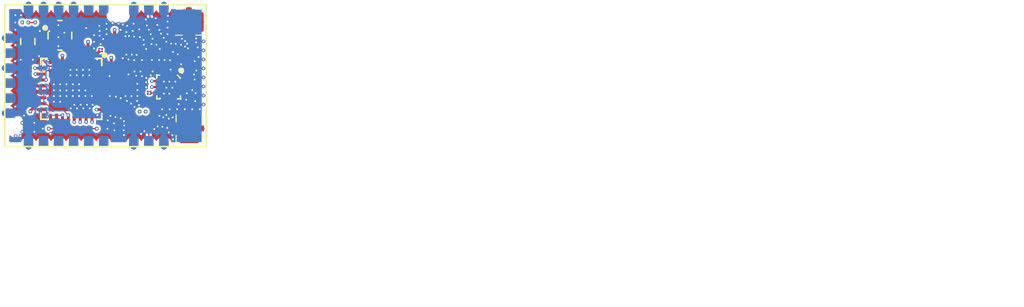
<source format=kicad_pcb>
(kicad_pcb (version 20241229) (generator "pcbnew") (generator_version "9.0")
  (layers (0 "F.Cu" signal "Top Layer") (4 "In1.Cu" signal "L2") (6 "In2.Cu" signal "L3") (2 "B.Cu" signal "Bottom Layer") (13 "F.Paste" user "Top Paste Mask Layer") (15 "B.Paste" user "Bottom Paste Mask Layer") (5 "F.SilkS" user "Top Silkscreen Layer") (7 "B.SilkS" user "Bottom Silkscreen Layer") (1 "F.Mask" user "Top Solder Mask Layer") (3 "B.Mask" user "Bottom Solder Mask Layer") (25 "Edge.Cuts" user "Board Outline Layer"))
  (net 0 "")
  (net 1 "SUBG_RF")
  (net 2 "2.4G_RF")
  (net 3 "N18751757")
  (net 4 "XTA")
  (net 5 "VTCXO")
  (net 6 "N18712327")
  (net 7 "N18712319")
  (net 8 "N18712325")
  (net 9 "N18712116")
  (net 10 "RFSW1_V2")
  (net 11 "MCU_DIO7")
  (net 12 "RFSW_VDD")
  (net 13 "VDD_RF")
  (net 14 "GND_POWER")
  (net 15 "RFSW0_V1")
  (net 16 "LR1121_RSTN")
  (net 17 "MCU_DIO6")
  (net 18 "MCU_DIO5")
  (net 19 "LR1121_BUSY")
  (net 20 "LR1121_SPI_NSS")
  (net 21 "LR1121_SPI_SCK")
  (net 22 "LR1121_SPI_MOSI")
  (net 23 "LR1121_SPI_MISO")
  (net 24 "LR1121_DIO9_INT")
  (net 25 "LR1121_DIO8")
  (net 26 "N18706671")
  (net 27 "N18706650")
  (net 28 "N18706539")
  (net 29 "RFIO_HF")
  (net 30 "N18706198")
  (net 31 "N18706098")
  (net 32 "RFI_N")
  (net 33 "RFI_P")
  (net 34 "N18705460")
  (net 35 "N18705449")
  (net 36 "N18705182")
  (net 37 "N18705097")
  (net 38 "N18704990")
  (net 39 "N18704981")
  (net 40 "LP_LF")
  (net 41 "HP_LF")
  (net 42 "VR_PA")
  (net 43 "N18704177")
  (net 44 "N18704168")
  (net 45 "N18713044")
  (net 46 "N18704080")
  (net 47 "N18704063")
  (footprint "ProPrj_Wio LR1121 Module v0.9_0312_2025-09-05:L0201" (layer "F.Cu") (at 153.1255 101.153)
    (property "Reference" "L9")
    (property "Value" "")
  )
  (footprint "ProPrj_Wio LR1121 Module v0.9_0312_2025-09-05:C0201" (layer "F.Cu") (at 155.2875 104.3255 -90)
    (property "Reference" "C43")
    (property "Value" "")
  )
  (footprint "ProPrj_Wio LR1121 Module v0.9_0312_2025-09-05:C0201" (layer "F.Cu") (at 151.2215 97.8375 90)
    (property "Reference" "C6")
    (property "Value" "")
  )
  (footprint "ProPrj_Wio LR1121 Module v0.9_0312_2025-09-05:X4_SMD_2_5X2_0MM" (layer "F.Cu") (at 147.7815 96.84 -90)
    (property "Reference" "OSC1")
    (property "Value" "")
  )
  (footprint "ProPrj_Wio LR1121 Module v0.9_0312_2025-09-05:QFN12_0D5_2X2X0_55MM" (layer "F.Cu") (at 156.962 101.2165 -90)
    (property "Reference" "U1")
    (property "Value" "")
  )
  (footprint "ProPrj_Wio LR1121 Module v0.9_0312_2025-09-05:C0201" (layer "F.Cu") (at 150.412 97.3905)
    (property "Reference" "C11")
    (property "Value" "")
  )
  (footprint "ProPrj_Wio LR1121 Module v0.9_0312_2025-09-05:R0201" (layer "F.Cu") (at 149.128 104.7345)
    (property "Reference" "R3")
    (property "Value" "")
  )
  (footprint "ProPrj_Wio LR1121 Module v0.9_0312_2025-09-05:C0201" (layer "F.Cu") (at 146.085 98.003 -90)
    (property "Reference" "C25")
    (property "Value" "")
  )
  (footprint "ProPrj_Wio LR1121 Module v0.9_0312_2025-09-05:R0201" (layer "F.Cu") (at 154.765 103.2895)
    (property "Reference" "R5")
    (property "Value" "")
  )
  (footprint "ProPrj_Wio LR1121 Module v0.9_0312_2025-09-05:C0201" (layer "F.Cu") (at 153.6735 99.602 -90)
    (property "Reference" "C37")
    (property "Value" "")
  )
  (footprint "ProPrj_Wio LR1121 Module v0.9_0312_2025-09-05:R0201" (layer "F.Cu") (at 144.858 95.7555)
    (property "Reference" "R7")
    (property "Value" "")
  )
  (footprint "ProPrj_Wio LR1121 Module v0.9_0312_2025-09-05:R0201" (layer "F.Cu") (at 147.858 104.7345 180)
    (property "Reference" "R2")
    (property "Value" "")
  )
  (footprint "ProPrj_Wio LR1121 Module v0.9_0312_2025-09-05:X2_SMD_2X1_2MM" (layer "F.Cu") (at 145.075 97.368 90)
    (property "Reference" "X1")
    (property "Value" "")
  )
  (footprint "ProPrj_Wio LR1121 Module v0.9_0312_2025-09-05:MODULE24_1D27_17X12MM" (layer "F.Cu") (at 150.132 100.251 90)
    (property "Reference" "U3")
    (property "Value" "")
  )
  (footprint "ProPrj_Wio LR1121 Module v0.9_0312_2025-09-05:C0201" (layer "F.Cu") (at 155.745 98.2335 90)
    (property "Reference" "C4")
    (property "Value" "")
  )
  (footprint "ProPrj_Wio LR1121 Module v0.9_0312_2025-09-05:L0201" (layer "F.Cu") (at 153.5855 97.9905)
    (property "Reference" "L2")
    (property "Value" "")
  )
  (footprint "ProPrj_Wio LR1121 Module v0.9_0312_2025-09-05:C0201" (layer "F.Cu") (at 154.699 104.327 -90)
    (property "Reference" "C30")
    (property "Value" "")
  )
  (footprint "ProPrj_Wio LR1121 Module v0.9_0312_2025-09-05:QFN32_0D5_5X5MM_EP3P3MM" (layer "F.Cu") (at 148.745 101.369 180)
    (property "Reference" "U2")
    (property "Value" "")
  )
  (footprint "ProPrj_Wio LR1121 Module v0.9_0312_2025-09-05:C0201" (layer "F.Cu") (at 155.542 104.071)
    (property "Reference" "C27")
    (property "Value" "")
  )
  (footprint "ProPrj_Wio LR1121 Module v0.9_0312_2025-09-05:L0201" (layer "F.Cu") (at 154.435 99.4005)
    (property "Reference" "L7")
    (property "Value" "")
  )
  (footprint "ProPrj_Wio LR1121 Module v0.9_0312_2025-09-05:C0201" (layer "F.Cu") (at 153.1255 101.7115)
    (property "Reference" "C22")
    (property "Value" "")
  )
  (footprint "ProPrj_Wio LR1121 Module v0.9_0312_2025-09-05:C0201" (layer "F.Cu") (at 153.598 100.5815)
    (property "Reference" "C41")
    (property "Value" "")
  )
  (footprint "ProPrj_Wio LR1121 Module v0.9_0312_2025-09-05:L0201" (layer "F.Cu") (at 153.919 104.074)
    (property "Reference" "L11")
    (property "Value" "")
  )
  (footprint "ProPrj_Wio LR1121 Module v0.9_0312_2025-09-05:L0402" (layer "F.Cu") (at 152.657 97.4825 -90)
    (property "Reference" "L1")
    (property "Value" "")
  )
  (footprint "ProPrj_Wio LR1121 Module v0.9_0312_2025-09-05:L0201" (layer "F.Cu") (at 152.122 99.602 -90)
    (property "Reference" "L13")
    (property "Value" "")
  )
  (footprint "ProPrj_Wio LR1121 Module v0.9_0312_2025-09-05:C0201" (layer "F.Cu") (at 153.876 101.3695 -90)
    (property "Reference" "C40")
    (property "Value" "")
  )
  (footprint "ProPrj_Wio LR1121 Module v0.9_0312_2025-09-05:C0201" (layer "F.Cu") (at 150.412 96.8315)
    (property "Reference" "C35")
    (property "Value" "")
  )
  (footprint "ProPrj_Wio LR1121 Module v0.9_0312_2025-09-05:C0201" (layer "F.Cu") (at 145.0335 103.274 180)
    (property "Reference" "C13")
    (property "Value" "")
  )
  (footprint "ProPrj_Wio LR1121 Module v0.9_0312_2025-09-05:C0201" (layer "F.Cu") (at 149.3345 96.427 -90)
    (property "Reference" "C34")
    (property "Value" "")
  )
  (footprint "ProPrj_Wio LR1121 Module v0.9_0312_2025-09-05:C0201" (layer "F.Cu") (at 150.006 95.9715 -90)
    (property "Reference" "C36")
    (property "Value" "")
  )
  (footprint "ProPrj_Wio LR1121 Module v0.9_0312_2025-09-05:C0201" (layer "F.Cu") (at 145.0115 99.5655 180)
    (property "Reference" "C31")
    (property "Value" "")
  )
  (footprint "ProPrj_Wio LR1121 Module v0.9_0312_2025-09-05:L0201" (layer "F.Cu") (at 152.347 101.3435 -90)
    (property "Reference" "L8")
    (property "Value" "")
  )
  (footprint "ProPrj_Wio LR1121 Module v0.9_0312_2025-09-05:C0201" (layer "F.Cu") (at 154.413 97.736 90)
    (property "Reference" "C3")
    (property "Value" "")
  )
  (footprint "ProPrj_Wio LR1121 Module v0.9_0312_2025-09-05:C0201" (layer "F.Cu") (at 153.458 103.3155 55)
    (property "Reference" "C29")
    (property "Value" "")
  )
  (footprint "ProPrj_Wio LR1121 Module v0.9_0312_2025-09-05:U-FL4P-SMD-1_7X1_7X1_0MM" (layer "F.Cu") (at 158.6735 95.7125 -90)
    (property "Reference" "J1")
    (property "Value" "")
  )
  (footprint "ProPrj_Wio LR1121 Module v0.9_0312_2025-09-05:C0201" (layer "F.Cu") (at 152.233 102.415 55)
    (property "Reference" "C28")
    (property "Value" "")
  )
  (footprint "ProPrj_Wio LR1121 Module v0.9_0312_2025-09-05:C0201" (layer "F.Cu") (at 157.7665 98.8955)
    (property "Reference" "C5")
    (property "Value" "")
  )
  (footprint "ProPrj_Wio LR1121 Module v0.9_0312_2025-09-05:C0201" (layer "F.Cu") (at 152.91 99.2985)
    (property "Reference" "C9")
    (property "Value" "")
  )
  (footprint "ProPrj_Wio LR1121 Module v0.9_0312_2025-09-05:C0201" (layer "F.Cu") (at 152.657 96.385)
    (property "Reference" "C8")
    (property "Value" "")
  )
  (footprint "ProPrj_Wio LR1121 Module v0.9_0312_2025-09-05:C0201" (layer "F.Cu") (at 156.939 99.4005)
    (property "Reference" "C18")
    (property "Value" "")
  )
  (footprint "ProPrj_Wio LR1121 Module v0.9_0312_2025-09-05:C0201" (layer "F.Cu") (at 146.588 104.7345 180)
    (property "Reference" "C32")
    (property "Value" "")
  )
  (footprint "ProPrj_Wio LR1121 Module v0.9_0312_2025-09-05:C0201" (layer "F.Cu") (at 152.602 100.5815)
    (property "Reference" "C20")
    (property "Value" "")
  )
  (footprint "ProPrj_Wio LR1121 Module v0.9_0312_2025-09-05:R0201" (layer "F.Cu") (at 151.931 97.736 -90)
    (property "Reference" "R1")
    (property "Value" "")
  )
  (footprint "ProPrj_Wio LR1121 Module v0.9_0312_2025-09-05:C0201" (layer "F.Cu") (at 155.197 99.606 -90)
    (property "Reference" "C38")
    (property "Value" "")
  )
  (footprint "ProPrj_Wio LR1121 Module v0.9_0312_2025-09-05:L0201" (layer "F.Cu") (at 154.9725 98.488)
    (property "Reference" "L3")
    (property "Value" "")
  )
  (footprint "ProPrj_Wio LR1121 Module v0.9_0312_2025-09-05:C0201" (layer "F.Cu") (at 152.377 98.74)
    (property "Reference" "C7")
    (property "Value" "")
  )
  (footprint "ProPrj_Wio LR1121 Module v0.9_0312_2025-09-05:L0201" (layer "F.Cu") (at 152.712 103.061 -35)
    (property "Reference" "L10")
    (property "Value" "")
  )
  (footprint "ProPrj_Wio LR1121 Module v0.9_0312_2025-09-05:C0201" (layer "F.Cu") (at 151.1445 104.7345)
    (property "Reference" "C33")
    (property "Value" "")
  )
  (footprint "ProPrj_Wio LR1121 Module v0.9_0312_2025-09-05:C0201" (layer "F.Cu") (at 155.947 99.4005)
    (property "Reference" "C39")
    (property "Value" "")
  )
  (footprint "ProPrj_Wio LR1121 Module v0.9_0312_2025-09-05:R0201" (layer "F.Cu") (at 158.4205 98.4455 135)
    (property "Reference" "R9")
    (property "Value" "")
  )
  (footprint "ProPrj_Wio LR1121 Module v0.9_0312_2025-09-05:C0201" (layer "F.Cu") (at 155.324 101.956 -90)
    (property "Reference" "C19")
    (property "Value" "")
  )
  (footprint "ProPrj_Wio LR1121 Module v0.9_0312_2025-09-05:C0201" (layer "F.Cu") (at 158.855 99.402)
    (property "Reference" "C15")
    (property "Value" "")
  )
  (footprint "ProPrj_Wio LR1121 Module v0.9_0312_2025-09-05:C0201" (layer "F.Cu") (at 153.919 104.709)
    (property "Reference" "C24")
    (property "Value" "")
  )
  (footprint "ProPrj_Wio LR1121 Module v0.9_0312_2025-09-05:L0201" (layer "F.Cu") (at 150.6155 95.9715 90)
    (property "Reference" "FB1")
    (property "Value" "")
  )
  (footprint "ProPrj_Wio LR1121 Module v0.9_0312_2025-09-05:L0201" (layer "F.Cu") (at 152.91 99.8575)
    (property "Reference" "L6")
    (property "Value" "")
  )
  (footprint "ProPrj_Wio LR1121 Module v0.9_0312_2025-09-05:C0201" (layer "F.Cu") (at 145.958 95.7555)
    (property "Reference" "C42")
    (property "Value" "")
  )
  (footprint "ProPrj_Wio LR1121 Module v0.9_0312_2025-09-05:L0603" (layer "F.Cu") (at 145.0115 101.415 -90)
    (property "Reference" "L12")
    (property "Value" "")
  )
  (footprint "ProPrj_Wio LR1121 Module v0.9_0312_2025-09-05:R0201" (layer "F.Cu") (at 149.3345 97.651 -90)
    (property "Reference" "R4")
    (property "Value" "")
  )
  (footprint "ProPrj_Wio LR1121 Module v0.9_0312_2025-09-05:C0201" (layer "F.Cu") (at 158.855 101.064)
    (property "Reference" "C14")
    (property "Value" "")
  )
  (footprint "ProPrj_Wio LR1121 Module v0.9_0312_2025-09-05:R0201" (layer "F.Cu") (at 158.7805 98.4455 45)
    (property "Reference" "R8")
    (property "Value" "")
  )
  (footprint "ProPrj_Wio LR1121 Module v0.9_0312_2025-09-05:C0201" (layer "F.Cu") (at 150.412 97.949)
    (property "Reference" "C12")
    (property "Value" "")
  )
  (footprint "ProPrj_Wio LR1121 Module v0.9_0312_2025-09-05:L0201" (layer "F.Cu") (at 158.6005 100.174 90)
    (property "Reference" "L5")
    (property "Value" "")
  )
  (footprint "ProPrj_Wio LR1121 Module v0.9_0312_2025-09-05:U-FL4P-SMD-1_7X1_7X1_0MM" (layer "F.Cu") (at 158.7115 104.711 180)
    (property "Reference" "J2")
    (property "Value" "")
  )
  (footprint "ProPrj_Wio LR1121 Module v0.9_0312_2025-09-05:C0201" (layer "F.Cu") (at 146.085 96.733 90)
    (property "Reference" "C26")
    (property "Value" "")
  )
  (footprint "ProPrj_Wio LR1121 Module v0.9_0312_2025-09-05:C0201" (layer "F.Cu") (at 156.4935 98.488)
    (property "Reference" "C2")
    (property "Value" "")
  )
  (footprint "ProPrj_Wio LR1121 Module v0.9_0312_2025-09-05:C0201" (layer "F.Cu") (at 153.5855 97.4375)
    (property "Reference" "C1")
    (property "Value" "")
  )
  (footprint "ProPrj_Wio LR1121 Module v0.9_0312_2025-09-05:TP35S_SMD" (layer "B.Cu") (at 146.434 101.4195 180)
    (property "Reference" "TP23")
    (property "Value" "")
  )
  (footprint "ProPrj_Wio LR1121 Module v0.9_0312_2025-09-05:TP35S_SMD" (layer "B.Cu") (at 146.434 99.4255 180)
    (property "Reference" "TP25")
    (property "Value" "")
  )
  (footprint "ProPrj_Wio LR1121 Module v0.9_0312_2025-09-05:TP35S_SMD" (layer "B.Cu") (at 146.434 103.4135 180)
    (property "Reference" "TP24")
    (property "Value" "")
  )
  (gr_arc (start 155.797 104.071) (mid 156.806304 104.235259) (end 157.7115 104.711) (stroke (width 0.1015)) (layer "F.Cu") (net 26))
  (gr_arc (start 158.6735 96.7125) (mid 158.888357 97.475826) (end 158.9605 98.2655) (stroke (width 0.1015)) (layer "F.Cu") (net 3))
  (gr_arc (start 154.701 104.711) (mid 154.699586 104.710414) (end 154.699 104.709) (stroke (width 0.1015)) (layer "F.Cu") (net 14))
  (gr_arc (start 158.6005 101.064) (mid 158.290216 101.17776) (end 157.962 101.2165) (stroke (width 0.1015)) (layer "F.Cu") (net 9))
  (gr_arc (start 156.7485 98.488) (mid 157.181045 98.596224) (end 157.5115 98.8955) (stroke (width 0.1015)) (layer "F.Cu") (net 34))
  (gr_arc (start 155.292 94.2515) (mid 155.292 94.25125) (end 155.292 94.251) (stroke (width 0.1015)) (layer "F.Cu") (net 1))
  (gr_arc (start 153.312 103.5245) (mid 153.517927 103.780218) (end 153.6645 104.074) (stroke (width 0.1015)) (layer "F.Cu") (net 28))
  (gr_arc (start 154.699 104.0725) (mid 154.436501 104.073643) (end 154.174 104.074) (stroke (width 0.1015)) (layer "F.Cu") (net 27))
  (gr_arc (start 155.292 106.251) (mid 155.288762 105.415753) (end 155.2875 104.5805) (stroke (width 0.1015)) (layer "F.Cu") (net 2))
  (gr_arc (start 155.2875 104.071) (mid 154.993251 104.072143) (end 154.699 104.0725) (stroke (width 0.1015)) (layer "F.Cu") (net 27))
  (gr_arc (start 154.413 97.9905) (mid 154.59486 98.221234) (end 154.718 98.488) (stroke (width 0.1015)) (layer "F.Cu") (net 38))
  (gr_line (start 143.132 94.257) (end 145.164 94.257) (stroke (width 0.127)) (layer "F.SilkS"))
  (gr_line (start 143.132 106.2455) (end 145.164 106.2455) (stroke (width 0.127)) (layer "F.SilkS"))
  (gr_line (start 143.132 106.2455) (end 143.132 94.257) (stroke (width 0.127)) (layer "F.SilkS"))
  (gr_line (start 144.2765 104.8555) (end 144.2765 104.1555) (stroke (width 0.0025)) (layer "Edge.Cuts"))
  (gr_line (start 160.132 94.251) (end 160.132 106.251) (stroke (width 0.0025)) (layer "Edge.Cuts"))
  (gr_line (start 143.132 94.251) (end 160.132 94.251) (stroke (width 0.0025)) (layer "Edge.Cuts"))
  (gr_arc (start 153.0557 94.896) (mid 153.3055 95.146) (end 153.062867 95.3955) (stroke (width 0.0025)) (layer "Edge.Cuts"))
  (gr_line (start 152.362732 94.896) (end 153.0557 94.896) (stroke (width 0.0025)) (layer "Edge.Cuts"))
  (gr_line (start 160.132 106.251) (end 143.1375 106.251) (stroke (width 0.0025)) (layer "Edge.Cuts"))
  (gr_line (start 143.132 106.2455) (end 143.132 94.251) (stroke (width 0.0025)) (layer "Edge.Cuts"))
  (gr_arc (start 144.2765 104.8555) (mid 144.0265 105.1055) (end 143.7765 104.8555) (stroke (width 0.0025)) (layer "Edge.Cuts"))
  (gr_arc (start 152.3558 95.3955) (mid 152.106 95.146) (end 152.362732 94.896) (stroke (width 0.0025)) (layer "Edge.Cuts"))
  (gr_line (start 143.7765 104.8555) (end 143.7765 104.1555) (stroke (width 0.0025)) (layer "Edge.Cuts"))
  (gr_arc (start 143.7765 104.1555) (mid 144.0265 103.9055) (end 144.2765 104.1555) (stroke (width 0.0025)) (layer "Edge.Cuts"))
  (gr_line (start 152.3558 95.3955) (end 153.062867 95.3955) (stroke (width 0.0025)) (layer "Edge.Cuts"))
  (gr_line (start 143.1375 106.251) (end 143.132 106.2455) (stroke (width 0.0025)) (layer "Edge.Cuts"))
  (segment (start 156.2835 97.4295) (end 156.3905 97.584) (width 0.1015) (layer "F.Cu") (net 1))
  (segment (start 157.996 98.113) (end 158.24 98.2655) (width 0.1015) (layer "F.Cu") (net 1))
  (arc (start 157.996 98.113) (mid 157.521321 97.913685) (end 157.008 97.875) (width 0.1015) (layer "F.Cu") (net 1))
  (arc (start 155.292 94.2515) (mid 155.545704 95.915989) (end 156.2835 97.4295) (width 0.1015) (layer "F.Cu") (net 1))
  (arc (start 156.3905 97.584) (mid 156.660114 97.812414) (end 157.008 97.875) (width 0.1015) (layer "F.Cu") (net 1))
  (segment (start 155.2875 106.251) (end 155.292 106.251) (width 0.1015) (layer "F.Cu") (net 2))
  (segment (start 148.9955 98.854) (end 148.9955 98.245) (width 0.1015) (layer "F.Cu") (net 4))
  (segment (start 148.9955 98.245) (end 149.3345 97.906) (width 0.1015) (layer "F.Cu") (net 4))
  (segment (start 150.1575 96.684) (end 150.6155 96.226) (width 0.1015) (layer "F.Cu") (net 5))
  (segment (start 149.8535 96.8315) (end 150.1575 96.8315) (width 0.1015) (layer "F.Cu") (net 5))
  (segment (start 150.1575 96.8315) (end 150.1575 96.684) (width 0.1015) (layer "F.Cu") (net 5))
  (segment (start 149.496 98.332) (end 149.7105 98.1175) (width 0.1015) (layer "F.Cu") (net 5))
  (segment (start 149.496 98.854) (end 149.496 98.332) (width 0.1015) (layer "F.Cu") (net 5))
  (segment (start 149.7105 96.9745) (end 149.8535 96.8315) (width 0.1015) (layer "F.Cu") (net 5))
  (segment (start 149.7105 98.1175) (end 149.7105 96.9745) (width 0.1015) (layer "F.Cu") (net 5))
  (segment (start 149.3345 97.396) (end 149.3345 96.682) (width 0.1015) (layer "F.Cu") (net 6))
  (segment (start 148.5905 95.7165) (end 150.006 95.7165) (width 0.1015) (layer "F.Cu") (net 7))
  (segment (start 148.4165 95.8905) (end 148.5905 95.7165) (width 0.1015) (layer "F.Cu") (net 7))
  (segment (start 150.006 95.7165) (end 150.6155 95.7165) (width 0.1015) (layer "F.Cu") (net 7))
  (segment (start 149.324 96.1725) (end 149.3345 96.1725) (width 0.1015) (layer "F.Cu") (net 8))
  (segment (start 148.4165 97.08) (end 149.324 96.1725) (width 0.1015) (layer "F.Cu") (net 8))
  (segment (start 148.4165 97.79) (end 148.4165 97.08) (width 0.1015) (layer "F.Cu") (net 8))
  (segment (start 157.962 101.2165) (end 158.038 101.2165) (width 0.1015) (layer "F.Cu") (net 9))
  (segment (start 158.6005 101.064) (end 158.6005 100.429) (width 0.1015) (layer "F.Cu") (net 9))
  (segment (start 146.8425 104.7345) (end 147.603 104.7345) (width 0.1015) (layer "F.Cu") (net 10))
  (segment (start 155.5525 101.2165) (end 155.962 101.2165) (width 0.1015) (layer "F.Cu") (net 10))
  (via (at 146.8425 104.7345) (size 0.305) (drill 0.1525) (layers "F.Cu" "B.Cu") (net 10))
  (via (at 155.5525 101.2165) (size 0.305) (drill 0.1525) (layers "F.Cu" "B.Cu") (net 10))
  (segment (start 146.2305 100.618) (end 146.6115 100.618) (width 0.1015) (layer "F.Cu") (net 11))
  (via (at 146.6115 100.618) (size 0.305) (drill 0.1525) (layers "F.Cu" "B.Cu") (net 11))
  (via (at 154.51 103.2895) (size 0.305) (drill 0.1525) (layers "F.Cu" "B.Cu") (net 11))
  (segment (start 146.434 99.4255) (end 146.6115 99.6035) (width 0.1015) (layer "B.Cu") (net 11))
  (segment (start 146.6115 100.618) (end 146.6115 99.6035) (width 0.1015) (layer "B.Cu") (net 11))
  (segment (start 155.3395 101.7165) (end 155.962 101.7165) (width 0.1015) (layer "F.Cu") (net 12))
  (segment (start 155.324 101.701) (end 155.3395 101.7165) (width 0.1015) (layer "F.Cu") (net 12))
  (via (at 155.02 103.2895) (size 0.305) (drill 0.1525) (layers "F.Cu" "B.Cu") (net 12))
  (via (at 155.324 101.701) (size 0.305) (drill 0.1525) (layers "F.Cu" "B.Cu") (net 12))
  (segment (start 145.9 102.62) (end 146.2305 102.62) (width 0.254) (layer "F.Cu") (net 13))
  (segment (start 149.996 98.854) (end 149.996 98.4795) (width 0.254) (layer "F.Cu") (net 13))
  (segment (start 150.1575 97.949) (end 150.1575 97.3905) (width 0.254) (layer "F.Cu") (net 13))
  (segment (start 149.996 98.4795) (end 150.1575 98.3185) (width 0.254) (layer "F.Cu") (net 13))
  (segment (start 145.2885 103.2315) (end 145.9 102.62) (width 0.254) (layer "F.Cu") (net 13))
  (segment (start 150.1575 98.3185) (end 150.1575 97.949) (width 0.254) (layer "F.Cu") (net 13))
  (segment (start 145.2885 103.274) (end 145.2885 103.2315) (width 0.254) (layer "F.Cu") (net 13))
  (via (at 144.6035 95.7555) (size 0.305) (drill 0.1525) (layers "F.Cu" "B.Cu") (net 13))
  (via (at 150.1575 97.3905) (size 0.305) (drill 0.1525) (layers "F.Cu" "B.Cu") (net 13))
  (via (at 145.2885 103.274) (size 0.305) (drill 0.1525) (layers "F.Cu" "B.Cu") (net 13))
  (segment (start 143.132 103.426) (end 144.274 103.426) (width 0.508) (layer "F.Cu") (net 14))
  (segment (start 145.132 106.251) (end 145.132 105.109) (width 0.508) (layer "F.Cu") (net 14))
  (segment (start 156.562 106.251) (end 156.562 105.3885) (width 0.508) (layer "F.Cu") (net 14))
  (segment (start 158.702 103.35) (end 158.7115 103.3595) (width 0.1015) (layer "F.Cu") (net 14))
  (segment (start 157.2365 95.7125) (end 157.6735 95.7125) (width 0.1015) (layer "F.Cu") (net 14))
  (segment (start 148.942 95.115) (end 148.942 94.251) (width 0.508) (layer "F.Cu") (net 14))
  (segment (start 159.7115 104.711) (end 159.936 104.711) (width 0.1015) (layer "F.Cu") (net 14))
  (segment (start 143.132 99.616) (end 144.274 99.616) (width 0.508) (layer "F.Cu") (net 14))
  (segment (start 146.402 95.115) (end 146.402 94.251) (width 0.508) (layer "F.Cu") (net 14))
  (segment (start 158.6735 94.565) (end 158.6765 94.5615) (width 0.1015) (layer "F.Cu") (net 14))
  (segment (start 159.6735 95.7125) (end 159.8785 95.7125) (width 0.1015) (layer "F.Cu") (net 14))
  (segment (start 158.6735 94.7125) (end 158.6735 94.565) (width 0.1015) (layer "F.Cu") (net 14))
  (segment (start 145.132 95.115) (end 145.132 94.251) (width 0.508) (layer "F.Cu") (net 14))
  (segment (start 143.132 97.076) (end 143.9955 97.076) (width 0.508) (layer "F.Cu") (net 14))
  (segment (start 154.022 106.251) (end 154.022 105.3885) (width 0.508) (layer "F.Cu") (net 14))
  (segment (start 158.7115 103.711) (end 158.7115 103.3595) (width 0.1015) (layer "F.Cu") (net 14))
  (segment (start 158.7115 105.874) (end 158.7115 105.711) (width 0.1015) (layer "F.Cu") (net 14))
  (segment (start 157.127 95.603) (end 157.2365 95.7125) (width 0.1015) (layer "F.Cu") (net 14))
  (segment (start 159.8785 95.7125) (end 159.896 95.73) (width 0.1015) (layer "F.Cu") (net 14))
  (segment (start 159.936 104.711) (end 159.9465 104.7215) (width 0.1015) (layer "F.Cu") (net 14))
  (segment (start 158.7115 105.874) (end 158.7275 105.89) (width 0.1015) (layer "F.Cu") (net 14))
  (segment (start 147.672 95.115) (end 147.672 94.251) (width 0.508) (layer "F.Cu") (net 14))
  (via (at 155.07 97.9905) (size 0.305) (drill 0.1525) (layers "F.Cu" "B.Cu") (net 14))
  (via (at 144.605 105.001) (size 0.305) (drill 0.1525) (layers "F.Cu" "B.Cu") (net 14))
  (via (at 152.9115 96.385) (size 0.305) (drill 0.1525) (layers "F.Cu" "B.Cu") (net 14))
  (via (at 147.8055 101.496) (size 0.305) (drill 0.1525) (layers "F.Cu" "B.Cu") (net 14))
  (via (at 153.317 101.9785) (size 0.305) (drill 0.1525) (layers "F.Cu" "B.Cu") (net 14))
  (via (at 156.416 103.096) (size 0.305) (drill 0.1525) (layers "F.Cu" "B.Cu") (net 14))
  (via (at 154.333 101.9785) (size 0.305) (drill 0.1525) (layers "F.Cu" "B.Cu") (net 14))
  (via (at 153.3935 96.568) (size 0.305) (drill 0.1525) (layers "F.Cu" "B.Cu") (net 14))
  (via (at 155.959 100.2005) (size 0.305) (drill 0.1525) (layers "F.Cu" "B.Cu") (net 14))
  (via (at 143.9955 99.032) (size 0.305) (drill 0.1525) (layers "F.Cu" "B.Cu") (net 14))
  (via (at 152.911 102.156) (size 0.305) (drill 0.1525) (layers "F.Cu" "B.Cu") (net 14))
  (via (at 156.238 102.1815) (size 0.305) (drill 0.1525) (layers "F.Cu" "B.Cu") (net 14))
  (via (at 157.864 99.718) (size 0.305) (drill 0.1525) (layers "F.Cu" "B.Cu") (net 14))
  (via (at 152.479 103.7565) (size 0.305) (drill 0.1525) (layers "F.Cu" "B.Cu") (net 14))
  (via (at 157.686 103.096) (size 0.305) (drill 0.1525) (layers "F.Cu" "B.Cu") (net 14))
  (via (at 154.8665 97.635) (size 0.305) (drill 0.1525) (layers "F.Cu" "B.Cu") (net 14))
  (via (at 151.8185 104.036) (size 0.305) (drill 0.1525) (layers "F.Cu" "B.Cu") (net 14))
  (via (at 155.9335 97.635) (size 0.305) (drill 0.1525) (layers "F.Cu" "B.Cu") (net 14))
  (via (at 157.559 97.559) (size 0.305) (drill 0.1525) (layers "F.Cu" "B.Cu") (net 14))
  (via (at 144.021 95.7555) (size 0.305) (drill 0.1525) (layers "F.Cu" "B.Cu") (net 14))
  (via (at 145.494 98.905) (size 0.305) (drill 0.1525) (layers "F.Cu" "B.Cu") (net 14))
  (via (at 156.5685 100.759) (size 0.305) (drill 0.1525) (layers "F.Cu" "B.Cu") (net 14))
  (via (at 156.873 96.187) (size 0.305) (drill 0.1525) (layers "F.Cu" "B.Cu") (net 14))
  (via (at 147.8055 101.9785) (size 0.305) (drill 0.1525) (layers "F.Cu" "B.Cu") (net 14))
  (via (at 154.3205 100.937) (size 0.305) (drill 0.1525) (layers "F.Cu" "B.Cu") (net 14))
  (via (at 157.127 99.743) (size 0.305) (drill 0.1525) (layers "F.Cu" "B.Cu") (net 14))
  (via (at 155.857 95.4) (size 0.305) (drill 0.1525) (layers "F.Cu" "B.Cu") (net 14))
  (via (at 150.066 102.715) (size 0.305) (drill 0.1525) (layers "F.Cu" "B.Cu") (net 14))
  (via (at 158.499 101.75) (size 0.305) (drill 0.1525) (layers "F.Cu" "B.Cu") (net 14))
  (via (at 155.451 96.746) (size 0.305) (drill 0.1525) (layers "F.Cu" "B.Cu") (net 14))
  (via (at 152.047 103.655) (size 0.305) (drill 0.1525) (layers "F.Cu" "B.Cu") (net 14))
  (via (at 149.4055 101.496) (size 0.305) (drill 0.1525) (layers "F.Cu" "B.Cu") (net 14))
  (via (at 157.5335 100.759) (size 0.305) (drill 0.1525) (layers "F.Cu" "B.Cu") (net 14))
  (via (at 156.7715 101.267) (size 0.305) (drill 0.1525) (layers "F.Cu" "B.Cu") (net 14))
  (via (at 149.5325 102.715) (size 0.305) (drill 0.1525) (layers "F.Cu" "B.Cu") (net 14))
  (via (at 144.7575 103.6295) (size 0.305) (drill 0.1525) (layers "F.Cu" "B.Cu") (net 14))
  (via (at 156.7715 97.381) (size 0.305) (drill 0.1525) (layers "F.Cu" "B.Cu") (net 14))
  (via (at 159.905 98.1175) (size 0.305) (drill 0.1525) (layers "F.Cu" "B.Cu") (net 14))
  (via (at 157.94 100.429) (size 0.305) (drill 0.1525) (layers "F.Cu" "B.Cu") (net 14))
  (via (at 146.891 96.492) (size 0.305) (drill 0.1525) (layers "F.Cu" "B.Cu") (net 14))
  (via (at 157.3305 98.2445) (size 0.305) (drill 0.1525) (layers "F.Cu" "B.Cu") (net 14))
  (via (at 158.118 100.0225) (size 0.305) (drill 0.1525) (layers "F.Cu" "B.Cu") (net 14))
  (via (at 153.622 96.8985) (size 0.305) (drill 0.1525) (layers "F.Cu" "B.Cu") (net 14))
  (via (at 157.0255 100.759) (size 0.305) (drill 0.1525) (layers "F.Cu" "B.Cu") (net 14))
  (via (at 153.8505 98.473) (size 0.305) (drill 0.1525) (layers "F.Cu" "B.Cu") (net 14))
  (via (at 157.3305 105.636) (size 0.305) (drill 0.1525) (layers "F.Cu" "B.Cu") (net 14))
  (via (at 156.8985 95.1965) (size 0.305) (drill 0.1525) (layers "F.Cu" "B.Cu") (net 14))
  (via (at 152.911 103.858) (size 0.305) (drill 0.1525) (layers "F.Cu" "B.Cu") (net 14))
  (via (at 152.733 95.857) (size 0.305) (drill 0.1525) (layers "F.Cu" "B.Cu") (net 14))
  (via (at 150.4725 101.9785) (size 0.305) (drill 0.1525) (layers "F.Cu" "B.Cu") (net 14))
  (via (at 146.0275 98.6) (size 0.305) (drill 0.1525) (layers "F.Cu" "B.Cu") (net 14))
  (via (at 154.054 96.949) (size 0.305) (drill 0.1525) (layers "F.Cu" "B.Cu") (net 14))
  (via (at 153.19 105.2805) (size 0.305) (drill 0.1525) (layers "F.Cu" "B.Cu") (net 14))
  (via (at 145.621 104.239) (size 0.305) (drill 0.1525) (layers "F.Cu" "B.Cu") (net 14))
  (via (at 148.872 100.988) (size 0.305) (drill 0.1525) (layers "F.Cu" "B.Cu") (net 14))
  (via (at 144.478 98.905) (size 0.305) (drill 0.1525) (layers "F.Cu" "B.Cu") (net 14))
  (via (at 150.667 97.3905) (size 0.305) (drill 0.1525) (layers "F.Cu" "B.Cu") (net 14))
  (via (at 157.051 103.096) (size 0.305) (drill 0.1525) (layers "F.Cu" "B.Cu") (net 14))
  (via (at 154.587 99.8955) (size 0.305) (drill 0.1525) (layers "F.Cu" "B.Cu") (net 14))
  (via (at 159.905 98.8795) (size 0.305) (drill 0.1525) (layers "F.Cu" "B.Cu") (net 14))
  (via (at 149.4055 100.988) (size 0.305) (drill 0.1525) (layers "F.Cu" "B.Cu") (net 14))
  (via (at 147.653 97.762) (size 0.305) (drill 0.1525) (layers "F.Cu" "B.Cu") (net 14))
  (via (at 157.178 97.5335) (size 0.305) (drill 0.1525) (layers "F.Cu" "B.Cu") (net 14))
  (via (at 155.603 99.8955) (size 0.305) (drill 0.1525) (layers "F.Cu" "B.Cu") (net 14))
  (via (at 154.054 98.943) (size 0.305) (drill 0.1525) (layers "F.Cu" "B.Cu") (net 14))
  (via (at 149.736 100.226) (size 0.305) (drill 0.1525) (layers "F.Cu" "B.Cu") (net 14))
  (via (at 158.0925 97.127) (size 0.305) (drill 0.1525) (layers "F.Cu" "B.Cu") (net 14))
  (via (at 147.653 97) (size 0.305) (drill 0.1525) (layers "F.Cu" "B.Cu") (net 14))
  (via (at 156.1875 103.655) (size 0.305) (drill 0.1525) (layers "F.Cu" "B.Cu") (net 14))
  (via (at 154.4855 96.3395) (size 0.305) (drill 0.1525) (layers "F.Cu" "B.Cu") (net 14))
  (via (at 158.448 102.283) (size 0.305) (drill 0.1525) (layers "F.Cu" "B.Cu") (net 14))
  (via (at 150.667 97.949) (size 0.305) (drill 0.1525) (layers "F.Cu" "B.Cu") (net 14))
  (via (at 148.999 102.715) (size 0.305) (drill 0.1525) (layers "F.Cu" "B.Cu") (net 14))
  (via (at 154.333 101.4705) (size 0.305) (drill 0.1525) (layers "F.Cu" "B.Cu") (net 14))
  (via (at 155.07 100.4545) (size 0.305) (drill 0.1525) (layers "F.Cu" "B.Cu") (net 14))
  (via (at 149.228 103.02) (size 0.305) (drill 0.1525) (layers "F.Cu" "B.Cu") (net 14))
  (via (at 148.339 100.988) (size 0.305) (drill 0.1525) (layers "F.Cu" "B.Cu") (net 14))
  (via (at 159.159 99.032) (size 0.305) (drill 0.1525) (layers "F.Cu" "B.Cu") (net 14))
  (via (at 150.006 96.226) (size 0.305) (drill 0.1525) (layers "F.Cu" "B.Cu") (net 14))
  (via (at 158.016 97.635) (size 0.305) (drill 0.1525) (layers "F.Cu" "B.Cu") (net 14))
  (via (at 154.638 105.179) (size 0.305) (drill 0.1525) (layers "F.Cu" "B.Cu") (net 14))
  (via (at 151.793 104.747) (size 0.305) (drill 0.1525) (layers "F.Cu" "B.Cu") (net 14))
  (via (at 156.5685 101.775) (size 0.305) (drill 0.1525) (layers "F.Cu" "B.Cu") (net 14))
  (via (at 153.3935 98.473) (size 0.305) (drill 0.1525) (layers "F.Cu" "B.Cu") (net 14))
  (via (at 159.591 103.096) (size 0.305) (drill 0.1525) (layers "F.Cu" "B.Cu") (net 14))
  (via (at 153.927 96.4665) (size 0.305) (drill 0.1525) (layers "F.Cu" "B.Cu") (net 14))
  (via (at 155.7555 104.7725) (size 0.305) (drill 0.1525) (layers "F.Cu" "B.Cu") (net 14))
  (via (at 151.971 100.2895) (size 0.305) (drill 0.1525) (layers "F.Cu" "B.Cu") (net 14))
  (via (at 156.543 97.051) (size 0.305) (drill 0.1525) (layers "F.Cu" "B.Cu") (net 14))
  (via (at 154.2315 100.251) (size 0.305) (drill 0.1525) (layers "F.Cu" "B.Cu") (net 14))
  (via (at 154.46 102.7405) (size 0.305) (drill 0.1525) (layers "F.Cu" "B.Cu") (net 14))
  (via (at 150.269 99.7685) (size 0.305) (drill 0.1525) (layers "F.Cu" "B.Cu") (net 14))
  (via (at 151.9965 101.9785) (size 0.305) (drill 0.1525) (layers "F.Cu" "B.Cu") (net 14))
  (via (at 159.905 97.3555) (size 0.305) (drill 0.1525) (layers "F.Cu" "B.Cu") (net 14))
  (via (at 145.621 105.001) (size 0.305) (drill 0.1525) (layers "F.Cu" "B.Cu") (net 14))
  (via (at 159.4895 98.6765) (size 0.305) (drill 0.1525) (layers "F.Cu" "B.Cu") (net 14))
  (via (at 153.0885 98.778) (size 0.305) (drill 0.1525) (layers "F.Cu" "B.Cu") (net 14))
  (via (at 153.19 104.112) (size 0.305) (drill 0.1525) (layers "F.Cu" "B.Cu") (net 14))
  (via (at 159.2355 101.7245) (size 0.305) (drill 0.1525) (layers "F.Cu" "B.Cu") (net 14))
  (via (at 152.5045 102.029) (size 0.305) (drill 0.1525) (layers "F.Cu" "B.Cu") (net 14))
  (via (at 155.451 100.226) (size 0.305) (drill 0.1525) (layers "F.Cu" "B.Cu") (net 14))
  (via (at 150.667 96.8315) (size 0.305) (drill 0.1525) (layers "F.Cu" "B.Cu") (net 14))
  (via (at 153.571 100.1495) (size 0.305) (drill 0.1525) (layers "F.Cu" "B.Cu") (net 14))
  (via (at 159.905 99.6415) (size 0.305) (drill 0.1525) (layers "F.Cu" "B.Cu") (net 14))
  (via (at 148.6945 103.02) (size 0.305) (drill 0.1525) (layers "F.Cu" "B.Cu") (net 14))
  (via (at 144.4525 105.3565) (size 0.305) (drill 0.1525) (layers "F.Cu" "B.Cu") (net 14))
  (via (at 157.813 102.664) (size 0.305) (drill 0.1525) (layers "F.Cu" "B.Cu") (net 14))
  (via (at 156.035 104.544) (size 0.305) (drill 0.1525) (layers "F.Cu" "B.Cu") (net 14))
  (via (at 149.939 101.496) (size 0.305) (drill 0.1525) (layers "F.Cu" "B.Cu") (net 14))
  (via (at 151.717 96.746) (size 0.305) (drill 0.1525) (layers "F.Cu" "B.Cu") (net 14))
  (via (at 153.0885 95.933) (size 0.305) (drill 0.1525) (layers "F.Cu" "B.Cu") (net 14))
  (via (at 154.308 102.385) (size 0.305) (drill 0.1525) (layers "F.Cu" "B.Cu") (net 14))
  (via (at 159.3115 99.8195) (size 0.305) (drill 0.1525) (layers "F.Cu" "B.Cu") (net 14))
  (via (at 157.305 103.782) (size 0.305) (drill 0.1525) (layers "F.Cu" "B.Cu") (net 14))
  (via (at 144.021 102.8675) (size 0.305) (drill 0.1525) (layers "F.Cu" "B.Cu") (net 14))
  (via (at 144.021 97.6605) (size 0.305) (drill 0.1525) (layers "F.Cu" "B.Cu") (net 14))
  (via (at 159.159 100.5815) (size 0.305) (drill 0.1525) (layers "F.Cu" "B.Cu") (net 14))
  (via (at 158.6005 97.94) (size 0.305) (drill 0.1525) (layers "F.Cu" "B.Cu") (net 14))
  (via (at 144.021 96.365) (size 0.305) (drill 0.1525) (layers "F.Cu" "B.Cu") (net 14))
  (via (at 159.286 97.432) (size 0.305) (drill 0.1525) (layers "F.Cu" "B.Cu") (net 14))
  (via (at 147.272 102.461) (size 0.305) (drill 0.1525) (layers "F.Cu" "B.Cu") (net 14))
  (via (at 158.016 99.286) (size 0.305) (drill 0.1525) (layers "F.Cu" "B.Cu") (net 14))
  (via (at 156.873 95.679) (size 0.305) (drill 0.1525) (layers "F.Cu" "B.Cu") (net 14))
  (via (at 153.8 102.6135) (size 0.305) (drill 0.1525) (layers "F.Cu" "B.Cu") (net 14))
  (via (at 156.3145 96.695) (size 0.305) (drill 0.1525) (layers "F.Cu" "B.Cu") (net 14))
  (via (at 151.717 96.314) (size 0.305) (drill 0.1525) (layers "F.Cu" "B.Cu") (net 14))
  (via (at 146.333 104.7345) (size 0.305) (drill 0.1525) (layers "F.Cu" "B.Cu") (net 14))
  (via (at 149.736 99.7685) (size 0.305) (drill 0.1525) (layers "F.Cu" "B.Cu") (net 14))
  (via (at 148.669 100.226) (size 0.305) (drill 0.1525) (layers "F.Cu" "B.Cu") (net 14))
  (via (at 158.3465 97.33) (size 0.305) (drill 0.1525) (layers "F.Cu" "B.Cu") (net 14))
  (via (at 147.272 101.496) (size 0.305) (drill 0.1525) (layers "F.Cu" "B.Cu") (net 14))
  (via (at 156.4415 104.569) (size 0.305) (drill 0.1525) (layers "F.Cu" "B.Cu") (net 14))
  (via (at 154.079 99.8955) (size 0.305) (drill 0.1525) (layers "F.Cu" "B.Cu") (net 14))
  (via (at 153.571 98.8795) (size 0.305) (drill 0.1525) (layers "F.Cu" "B.Cu") (net 14))
  (via (at 159.905 101.9275) (size 0.305) (drill 0.1525) (layers "F.Cu" "B.Cu") (net 14))
  (via (at 148.872 101.9785) (size 0.305) (drill 0.1525) (layers "F.Cu" "B.Cu") (net 14))
  (via (at 157.0255 101.775) (size 0.305) (drill 0.1525) (layers "F.Cu" "B.Cu") (net 14))
  (via (at 156.0095 95.9585) (size 0.305) (drill 0.1525) (layers "F.Cu" "B.Cu") (net 14))
  (via (at 149.4055 101.9785) (size 0.305) (drill 0.1525) (layers "F.Cu" "B.Cu") (net 14))
  (via (at 156.213 97.9905) (size 0.305) (drill 0.1525) (layers "F.Cu" "B.Cu") (net 14))
  (via (at 157.2795 105.2805) (size 0.305) (drill 0.1525) (layers "F.Cu" "B.Cu") (net 14))
  (via (at 149.2025 100.226) (size 0.305) (drill 0.1525) (layers "F.Cu" "B.Cu") (net 14))
  (via (at 148.669 99.7685) (size 0.305) (drill 0.1525) (layers "F.Cu" "B.Cu") (net 14))
  (via (at 150.2945 103.02) (size 0.305) (drill 0.1525) (layers "F.Cu" "B.Cu") (net 14))
  (via (at 157.991 102.207) (size 0.305) (drill 0.1525) (layers "F.Cu" "B.Cu") (net 14))
  (via (at 154.714 100.302) (size 0.305) (drill 0.1525) (layers "F.Cu" "B.Cu") (net 14))
  (via (at 154.841 97.2285) (size 0.305) (drill 0.1525) (layers "F.Cu" "B.Cu") (net 14))
  (via (at 146.9925 105.179) (size 0.305) (drill 0.1525) (layers "F.Cu" "B.Cu") (net 14))
  (via (at 151.1075 96.035) (size 0.305) (drill 0.1525) (layers "F.Cu" "B.Cu") (net 14))
  (via (at 154.714 98.943) (size 0.305) (drill 0.1525) (layers "F.Cu" "B.Cu") (net 14))
  (via (at 159.21 102.41) (size 0.305) (drill 0.1525) (layers "F.Cu" "B.Cu") (net 14))
  (via (at 159.286 97.1015) (size 0.305) (drill 0.1525) (layers "F.Cu" "B.Cu") (net 14))
  (via (at 153.317 96.924) (size 0.305) (drill 0.1525) (layers "F.Cu" "B.Cu") (net 14))
  (via (at 152.3775 104.874) (size 0.305) (drill 0.1525) (layers "F.Cu" "B.Cu") (net 14))
  (via (at 151.4375 97.1525) (size 0.305) (drill 0.1525) (layers "F.Cu" "B.Cu") (net 14))
  (via (at 153.4695 96.035) (size 0.305) (drill 0.1525) (layers "F.Cu" "B.Cu") (net 14))
  (via (at 144.5035 95.146) (size 0.305) (drill 0.1525) (layers "F.Cu" "B.Cu") (net 14))
  (via (at 159.905 101.1655) (size 0.305) (drill 0.1525) (layers "F.Cu" "B.Cu") (net 14))
  (via (at 159.905 102.6895) (size 0.305) (drill 0.1525) (layers "F.Cu" "B.Cu") (net 14))
  (via (at 150.9295 98.867) (size 0.305) (drill 0.1525) (layers "F.Cu" "B.Cu") (net 14))
  (via (at 150.955 103.604) (size 0.305) (drill 0.1525) (layers "F.Cu" "B.Cu") (net 14))
  (via (at 155.1205 96.0095) (size 0.305) (drill 0.1525) (layers "F.Cu" "B.Cu") (net 14))
  (via (at 156.7715 103.5785) (size 0.305) (drill 0.1525) (layers "F.Cu" "B.Cu") (net 14))
  (via (at 158.321 103.096) (size 0.305) (drill 0.1525) (layers "F.Cu" "B.Cu") (net 14))
  (via (at 151.2215 97.5825) (size 0.305) (drill 0.1525) (layers "F.Cu" "B.Cu") (net 14))
  (via (at 158.956 101.4705) (size 0.305) (drill 0.1525) (layers "F.Cu" "B.Cu") (net 14))
  (via (at 153.444 102.385) (size 0.305) (drill 0.1525) (layers "F.Cu" "B.Cu") (net 14))
  (via (at 148.161 96.619) (size 0.305) (drill 0.1525) (layers "F.Cu" "B.Cu") (net 14))
  (via (at 151.717 95.857) (size 0.305) (drill 0.1525) (layers "F.Cu" "B.Cu") (net 14))
  (via (at 156.5175 103.782) (size 0.305) (drill 0.1525) (layers "F.Cu" "B.Cu") (net 14))
  (via (at 149.2025 99.7685) (size 0.305) (drill 0.1525) (layers "F.Cu" "B.Cu") (net 14))
  (via (at 159.905 100.4035) (size 0.305) (drill 0.1525) (layers "F.Cu" "B.Cu") (net 14))
  (via (at 155.5525 98.9305) (size 0.305) (drill 0.1525) (layers "F.Cu" "B.Cu") (net 14))
  (via (at 155.603 97.127) (size 0.305) (drill 0.1525) (layers "F.Cu" "B.Cu") (net 14))
  (via (at 156.1875 96.3905) (size 0.305) (drill 0.1525) (layers "F.Cu" "B.Cu") (net 14))
  (via (at 158.3465 97.7875) (size 0.305) (drill 0.1525) (layers "F.Cu" "B.Cu") (net 14))
  (via (at 158.956 103.096) (size 0.305) (drill 0.1525) (layers "F.Cu" "B.Cu") (net 14))
  (via (at 156.975 105.052) (size 0.305) (drill 0.1525) (layers "F.Cu" "B.Cu") (net 14))
  (via (at 147.8055 102.461) (size 0.305) (drill 0.1525) (layers "F.Cu" "B.Cu") (net 14))
  (via (at 159.413 97.8635) (size 0.305) (drill 0.1525) (layers "F.Cu" "B.Cu") (net 14))
  (via (at 154.003 95.857) (size 0.305) (drill 0.1525) (layers "F.Cu" "B.Cu") (net 14))
  (via (at 151.133 96.4665) (size 0.305) (drill 0.1525) (layers "F.Cu" "B.Cu") (net 14))
  (via (at 154.257 98.4985) (size 0.305) (drill 0.1525) (layers "F.Cu" "B.Cu") (net 14))
  (via (at 157.0765 98.956) (size 0.305) (drill 0.1525) (layers "F.Cu" "B.Cu") (net 14))
  (via (at 149.939 101.9785) (size 0.305) (drill 0.1525) (layers "F.Cu" "B.Cu") (net 14))
  (via (at 153.2155 104.4675) (size 0.305) (drill 0.1525) (layers "F.Cu" "B.Cu") (net 14))
  (via (at 147.653 95.984) (size 0.305) (drill 0.1525) (layers "F.Cu" "B.Cu") (net 14))
  (via (at 157.737 98.448) (size 0.305) (drill 0.1525) (layers "F.Cu" "B.Cu") (net 14))
  (via (at 144.021 95.146) (size 0.305) (drill 0.1525) (layers "F.Cu" "B.Cu") (net 14))
  (via (at 156.162 98.9305) (size 0.305) (drill 0.1525) (layers "F.Cu" "B.Cu") (net 14))
  (via (at 150.5485 102.715) (size 0.305) (drill 0.1525) (layers "F.Cu" "B.Cu") (net 14))
  (via (at 147.272 101.9785) (size 0.305) (drill 0.1525) (layers "F.Cu" "B.Cu") (net 14))
  (via (at 159.1085 100.1495) (size 0.305) (drill 0.1525) (layers "F.Cu" "B.Cu") (net 14))
  (via (at 154.079 102.893) (size 0.305) (drill 0.1525) (layers "F.Cu" "B.Cu") (net 14))
  (via (at 147.8055 100.988) (size 0.305) (drill 0.1525) (layers "F.Cu" "B.Cu") (net 14))
  (via (at 148.339 101.496) (size 0.305) (drill 0.1525) (layers "F.Cu" "B.Cu") (net 14))
  (via (at 155.517 97.584) (size 0.305) (drill 0.1525) (layers "F.Cu" "B.Cu") (net 14))
  (via (at 155.07 100.81) (size 0.305) (drill 0.1525) (layers "F.Cu" "B.Cu") (net 14))
  (via (at 150.269 100.226) (size 0.305) (drill 0.1525) (layers "F.Cu" "B.Cu") (net 14))
  (via (at 156.975 103.8835) (size 0.305) (drill 0.1525) (layers "F.Cu" "B.Cu") (net 14))
  (via (at 144.021 100.2005) (size 0.305) (drill 0.1525) (layers "F.Cu" "B.Cu") (net 14))
  (via (at 144.046 105.3565) (size 0.305) (drill 0.1525) (layers "F.Cu" "B.Cu") (net 14))
  (via (at 151.133 96.873) (size 0.305) (drill 0.1525) (layers "F.Cu" "B.Cu") (net 14))
  (via (at 148.872 101.496) (size 0.305) (drill 0.1525) (layers "F.Cu" "B.Cu") (net 14))
  (via (at 156.619 98.9305) (size 0.305) (drill 0.1525) (layers "F.Cu" "B.Cu") (net 14))
  (via (at 158.524 97.559) (size 0.305) (drill 0.1525) (layers "F.Cu" "B.Cu") (net 14))
  (via (at 144.605 104.239) (size 0.305) (drill 0.1525) (layers "F.Cu" "B.Cu") (net 14))
  (via (at 157.2795 101.267) (size 0.305) (drill 0.1525) (layers "F.Cu" "B.Cu") (net 14))
  (via (at 154.5365 97) (size 0.305) (drill 0.1525) (layers "F.Cu" "B.Cu") (net 14))
  (via (at 149.761 103.02) (size 0.305) (drill 0.1525) (layers "F.Cu" "B.Cu") (net 14))
  (via (at 153.825 101.9785) (size 0.305) (drill 0.1525) (layers "F.Cu" "B.Cu") (net 14))
  (via (at 147.272 100.988) (size 0.305) (drill 0.1525) (layers "F.Cu" "B.Cu") (net 14))
  (via (at 148.339 101.9785) (size 0.305) (drill 0.1525) (layers "F.Cu" "B.Cu") (net 14))
  (via (at 146.085 96.478) (size 0.305) (drill 0.1525) (layers "F.Cu" "B.Cu") (net 14))
  (via (at 155.0445 95.5015) (size 0.305) (drill 0.1525) (layers "F.Cu" "B.Cu") (net 14))
  (via (at 154.9175 104.95) (size 0.305) (drill 0.1525) (layers "F.Cu" "B.Cu") (net 14))
  (via (at 152.352 104.29) (size 0.305) (drill 0.1525) (layers "F.Cu" "B.Cu") (net 14))
  (via (at 155.2985 96.365) (size 0.305) (drill 0.1525) (layers "F.Cu" "B.Cu") (net 14))
  (via (at 156.848 104.671) (size 0.305) (drill 0.1525) (layers "F.Cu" "B.Cu") (net 14))
  (via (at 156.873 96.746) (size 0.305) (drill 0.1525) (layers "F.Cu" "B.Cu") (net 14))
  (via (at 155.07 101.242) (size 0.305) (drill 0.1525) (layers "F.Cu" "B.Cu") (net 14))
  (via (at 152.225 95.806) (size 0.305) (drill 0.1525) (layers "F.Cu" "B.Cu") (net 14))
  (via (at 153.165 104.874) (size 0.305) (drill 0.1525) (layers "F.Cu" "B.Cu") (net 14))
  (segment (start 156.562 95.222) (end 156.562 94.251) (width 0.508) (layer "B.Cu") (net 14))
  (segment (start 143.132 97.076) (end 144.553 97.076) (width 0.508) (layer "B.Cu") (net 14))
  (segment (start 143.132 103.426) (end 144.553 103.426) (width 0.508) (layer "B.Cu") (net 14))
  (segment (start 154.022 106.251) (end 154.022 105.2805) (width 0.508) (layer "B.Cu") (net 14))
  (segment (start 143.132 99.616) (end 144.553 99.616) (width 0.508) (layer "B.Cu") (net 14))
  (segment (start 148.942 95.222) (end 148.942 94.251) (width 0.508) (layer "B.Cu") (net 14))
  (segment (start 145.132 106.251) (end 145.132 104.83) (width 0.508) (layer "B.Cu") (net 14))
  (segment (start 156.562 106.251) (end 156.562 105.2805) (width 0.508) (layer "B.Cu") (net 14))
  (segment (start 154.022 95.222) (end 154.022 94.251) (width 0.508) (layer "B.Cu") (net 14))
  (segment (start 146.402 95.222) (end 146.402 94.251) (width 0.508) (layer "B.Cu") (net 14))
  (segment (start 147.672 95.222) (end 147.672 94.251) (width 0.508) (layer "B.Cu") (net 14))
  (segment (start 145.132 95.222) (end 145.132 94.251) (width 0.508) (layer "B.Cu") (net 14))
  (segment (start 149.3825 104.7345) (end 150.89 104.7345) (width 0.1015) (layer "F.Cu") (net 15))
  (segment (start 155.5525 100.7165) (end 155.962 100.7165) (width 0.1015) (layer "F.Cu") (net 15))
  (via (at 150.89 104.7345) (size 0.305) (drill 0.1525) (layers "F.Cu" "B.Cu") (net 15))
  (via (at 155.5525 100.7165) (size 0.305) (drill 0.1525) (layers "F.Cu" "B.Cu") (net 15))
  (segment (start 145.113 95.7555) (end 145.703 95.7555) (width 0.1015) (layer "F.Cu") (net 16))
  (via (at 147.996 98.5495) (size 0.305) (drill 0.1525) (layers "F.Cu" "B.Cu") (net 16))
  (via (at 145.113 95.7555) (size 0.305) (drill 0.1525) (layers "F.Cu" "B.Cu") (net 16))
  (via (at 145.703 95.7555) (size 0.305) (drill 0.1525) (layers "F.Cu" "B.Cu") (net 16))
  (segment (start 147.9945 104.616) (end 148.1125 104.7345) (width 0.1015) (layer "F.Cu") (net 17))
  (segment (start 147.9945 104.616) (end 147.9945 103.8835) (width 0.1015) (layer "F.Cu") (net 17))
  (via (at 147.9935 103.604) (size 0.305) (drill 0.1525) (layers "F.Cu" "B.Cu") (net 17))
  (segment (start 146.434 103.4135) (end 146.6245 103.604) (width 0.1015) (layer "B.Cu") (net 17))
  (segment (start 146.6245 103.604) (end 147.9935 103.604) (width 0.1015) (layer "B.Cu") (net 17))
  (segment (start 148.495 104.356) (end 148.495 103.8835) (width 0.1015) (layer "F.Cu") (net 18))
  (segment (start 148.495 104.356) (end 148.873 104.7345) (width 0.1015) (layer "F.Cu") (net 18))
  (via (at 148.4935 103.604) (size 0.305) (drill 0.1525) (layers "F.Cu" "B.Cu") (net 18))
  (segment (start 147.221 103.223) (end 148.1125 103.223) (width 0.1015) (layer "B.Cu") (net 18))
  (segment (start 146.434 102.4355) (end 147.221 103.223) (width 0.1015) (layer "B.Cu") (net 18))
  (segment (start 148.1125 103.223) (end 148.4935 103.604) (width 0.1015) (layer "B.Cu") (net 18))
  (segment (start 146.434 102.4355) (end 146.434 101.4195) (width 0.1015) (layer "B.Cu") (net 18))
  (via (at 150.879 103.12) (size 0.305) (drill 0.1525) (layers "F.Cu" "B.Cu") (net 19))
  (via (at 150.498 104.163) (size 0.305) (drill 0.1525) (layers "F.Cu" "B.Cu") (net 20))
  (via (at 149.9975 104.163) (size 0.305) (drill 0.1525) (layers "F.Cu" "B.Cu") (net 21))
  (via (at 149.497 104.163) (size 0.305) (drill 0.1525) (layers "F.Cu" "B.Cu") (net 22))
  (via (at 148.9965 104.163) (size 0.305) (drill 0.1525) (layers "F.Cu" "B.Cu") (net 23))
  (segment (start 145.6855 99.6175) (end 146.2305 99.6175) (width 0.1015) (layer "F.Cu") (net 24))
  (via (at 145.6855 99.6175) (size 0.305) (drill 0.1525) (layers "F.Cu" "B.Cu") (net 24))
  (segment (start 145.7205 100.118) (end 146.2305 100.118) (width 0.1015) (layer "F.Cu") (net 25))
  (via (at 145.7205 100.118) (size 0.305) (drill 0.1525) (layers "F.Cu" "B.Cu") (net 25))
  (segment (start 154.174 104.709) (end 154.174 104.074) (width 0.1015) (layer "F.Cu") (net 27))
  (segment (start 152.921 103.2075) (end 153.312 103.5245) (width 0.1015) (layer "F.Cu") (net 28))
  (segment (start 153.6645 104.709) (end 153.6645 104.074) (width 0.1015) (layer "F.Cu") (net 28))
  (segment (start 152.087 102.6235) (end 152.5035 102.915) (width 0.1015) (layer "F.Cu") (net 29))
  (segment (start 151.26 102.62) (end 152.0775 102.62) (width 0.1015) (layer "F.Cu") (net 29))
  (arc (start 152.087 102.6235) (mid 152.082671 102.620479) (end 152.0775 102.62) (width 0.1015) (layer "F.Cu") (net 29))
  (segment (start 153.853 100.5815) (end 154.335 100.5815) (width 0.1015) (layer "F.Cu") (net 30))
  (segment (start 155.099 102.664) (end 157.014 102.664) (width 0.1015) (layer "F.Cu") (net 30))
  (segment (start 154.689 102.254) (end 154.689 100.935) (width 0.1015) (layer "F.Cu") (net 30))
  (arc (start 154.689 100.935) (mid 154.585316 100.684684) (end 154.335 100.5815) (width 0.1015) (layer "F.Cu") (net 30))
  (arc (start 154.689 102.254) (mid 154.809086 102.543914) (end 155.099 102.664) (width 0.1015) (layer "F.Cu") (net 30))
  (arc (start 157.014 102.664) (mid 157.33043 102.53293) (end 157.462 102.2165) (width 0.1015) (layer "F.Cu") (net 30))
  (segment (start 153.3435 101.116) (end 153.3435 100.5815) (width 0.1015) (layer "F.Cu") (net 31))
  (segment (start 152.8565 100.5815) (end 153.3435 100.5815) (width 0.1015) (layer "F.Cu") (net 31))
  (segment (start 153.4185 101.115) (end 153.876 101.115) (width 0.1015) (layer "F.Cu") (net 31))
  (segment (start 153.3435 101.116) (end 153.3805 101.153) (width 0.1015) (layer "F.Cu") (net 31))
  (segment (start 153.3805 101.153) (end 153.4185 101.115) (width 0.1015) (layer "F.Cu") (net 31))
  (segment (start 152.468 101.648) (end 152.8075 101.648) (width 0.1015) (layer "F.Cu") (net 32))
  (segment (start 152.871 101.7115) (end 152.871 101.153) (width 0.1015) (layer "F.Cu") (net 32))
  (segment (start 152.8075 101.648) (end 152.871 101.7115) (width 0.1015) (layer "F.Cu") (net 32))
  (segment (start 152.2975 101.5485) (end 152.347 101.598) (width 0.1015) (layer "F.Cu") (net 32))
  (arc (start 152.347 101.598) (mid 152.402487 101.6352) (end 152.468 101.648) (width 0.1015) (layer "F.Cu") (net 32))
  (arc (start 152.2975 101.5485) (mid 151.821491 101.230441) (end 151.26 101.1185) (width 0.1015) (layer "F.Cu") (net 32))
  (segment (start 152.347 101.0885) (end 152.347 100.5815) (width 0.1015) (layer "F.Cu") (net 33))
  (segment (start 152.313 101.0545) (end 152.347 101.0885) (width 0.1015) (layer "F.Cu") (net 33))
  (arc (start 152.313 101.0545) (mid 151.829909 100.731526) (end 151.26 100.618) (width 0.1015) (layer "F.Cu") (net 33))
  (segment (start 157.5115 100.167) (end 157.5115 98.8955) (width 0.1015) (layer "F.Cu") (net 34))
  (segment (start 157.462 100.2165) (end 157.5115 100.167) (width 0.1015) (layer "F.Cu") (net 34))
  (segment (start 156.2015 99.4005) (end 156.6845 99.4005) (width 0.1015) (layer "F.Cu") (net 35))
  (segment (start 156.4615 100.2165) (end 156.4615 100.113) (width 0.1015) (layer "F.Cu") (net 35))
  (segment (start 156.6845 99.575) (end 156.6845 99.4005) (width 0.1015) (layer "F.Cu") (net 35))
  (arc (start 156.594 99.794) (mid 156.496101 99.94033) (end 156.4615 100.113) (width 0.1015) (layer "F.Cu") (net 35))
  (arc (start 156.594 99.794) (mid 156.661137 99.693522) (end 156.6845 99.575) (width 0.1015) (layer "F.Cu") (net 35))
  (segment (start 154.6895 99.4005) (end 154.7385 99.3515) (width 0.1015) (layer "F.Cu") (net 36))
  (segment (start 155.197 99.3515) (end 155.643 99.3515) (width 0.1015) (layer "F.Cu") (net 36))
  (segment (start 154.7385 99.3515) (end 155.197 99.3515) (width 0.1015) (layer "F.Cu") (net 36))
  (segment (start 155.643 99.3515) (end 155.692 99.4005) (width 0.1015) (layer "F.Cu") (net 36))
  (segment (start 155.2275 98.488) (end 155.745 98.488) (width 0.1015) (layer "F.Cu") (net 37))
  (segment (start 155.745 98.488) (end 156.239 98.488) (width 0.1015) (layer "F.Cu") (net 37))
  (segment (start 153.8405 97.9905) (end 153.8405 97.4375) (width 0.1015) (layer "F.Cu") (net 38))
  (segment (start 153.8405 97.9905) (end 154.413 97.9905) (width 0.1015) (layer "F.Cu") (net 38))
  (segment (start 153.213 99.347) (end 153.6735 99.347) (width 0.1015) (layer "F.Cu") (net 39))
  (segment (start 153.1645 99.8575) (end 153.1645 99.2985) (width 0.1015) (layer "F.Cu") (net 39))
  (segment (start 154.127 99.347) (end 154.18 99.4005) (width 0.1015) (layer "F.Cu") (net 39))
  (segment (start 153.6735 99.347) (end 154.127 99.347) (width 0.1015) (layer "F.Cu") (net 39))
  (segment (start 153.1645 99.2985) (end 153.213 99.347) (width 0.1015) (layer "F.Cu") (net 39))
  (segment (start 152.122 99.8565) (end 152.6545 99.8565) (width 0.1015) (layer "F.Cu") (net 40))
  (segment (start 152.655 99.8575) (end 152.655 99.2985) (width 0.1015) (layer "F.Cu") (net 40))
  (segment (start 151.26 100.118) (end 152.122 99.8565) (width 0.1015) (layer "F.Cu") (net 40))
  (segment (start 151.931 97.9905) (end 152.6115 97.9905) (width 0.1015) (layer "F.Cu") (net 41))
  (segment (start 152.657 97.945) (end 152.7025 97.9905) (width 0.1015) (layer "F.Cu") (net 41))
  (segment (start 153.331 97.9905) (end 153.331 97.4375) (width 0.1015) (layer "F.Cu") (net 41))
  (segment (start 152.7025 97.9905) (end 153.331 97.9905) (width 0.1015) (layer "F.Cu") (net 41))
  (segment (start 151.26 99.6175) (end 151.26 99.44) (width 0.1015) (layer "F.Cu") (net 41))
  (segment (start 152.6115 97.9905) (end 152.657 97.945) (width 0.1015) (layer "F.Cu") (net 41))
  (segment (start 151.931 98.0035) (end 151.931 97.9905) (width 0.1015) (layer "F.Cu") (net 41))
  (segment (start 151.638 98.527) (end 151.768 98.397) (width 0.1015) (layer "F.Cu") (net 41))
  (arc (start 151.768 98.397) (mid 151.888527 98.216433) (end 151.931 98.0035) (width 0.1015) (layer "F.Cu") (net 41))
  (arc (start 151.638 98.527) (mid 151.358108 98.945888) (end 151.26 99.44) (width 0.1015) (layer "F.Cu") (net 41))
  (segment (start 151.931 97.481) (end 152.196 97.481) (width 0.254) (layer "F.Cu") (net 42))
  (segment (start 152.402 96.7655) (end 152.657 97.02) (width 0.254) (layer "F.Cu") (net 42))
  (segment (start 150.4965 98.854) (end 150.4965 98.5635) (width 0.254) (layer "F.Cu") (net 42))
  (segment (start 150.625 98.435) (end 150.879 98.435) (width 0.254) (layer "F.Cu") (net 42))
  (segment (start 152.196 97.481) (end 152.657 97.02) (width 0.254) (layer "F.Cu") (net 42))
  (segment (start 150.4965 98.5635) (end 150.625 98.435) (width 0.254) (layer "F.Cu") (net 42))
  (segment (start 150.879 98.435) (end 151.2215 98.092) (width 0.254) (layer "F.Cu") (net 42))
  (segment (start 152.122 99.347) (end 152.122 98.74) (width 0.254) (layer "F.Cu") (net 42))
  (segment (start 152.402 96.7655) (end 152.402 96.385) (width 0.254) (layer "F.Cu") (net 42))
  (via (at 152.122 98.74) (size 0.305) (drill 0.1525) (layers "F.Cu" "B.Cu") (net 42))
  (via (at 151.2215 98.092) (size 0.305) (drill 0.1525) (layers "F.Cu" "B.Cu") (net 42))
  (via (at 152.402 96.385) (size 0.305) (drill 0.1525) (layers "F.Cu" "B.Cu") (net 42))
  (segment (start 145.0115 100.653) (end 145.266 100.3985) (width 0.254) (layer "F.Cu") (net 43))
  (segment (start 145.0115 100.653) (end 145.477 101.1185) (width 0.254) (layer "F.Cu") (net 43))
  (segment (start 145.477 101.1185) (end 146.2305 101.1185) (width 0.254) (layer "F.Cu") (net 43))
  (segment (start 145.266 100.3985) (end 145.266 99.5655) (width 0.254) (layer "F.Cu") (net 43))
  (segment (start 145.069 102.1195) (end 146.2305 102.1195) (width 0.254) (layer "F.Cu") (net 44))
  (segment (start 145.0115 102.177) (end 145.069 102.1195) (width 0.254) (layer "F.Cu") (net 44))
  (segment (start 158.6005 99.402) (end 158.6005 98.6255) (width 0.1015) (layer "F.Cu") (net 45))
  (segment (start 158.6005 99.9195) (end 158.6005 99.402) (width 0.1015) (layer "F.Cu") (net 45))
  (segment (start 146.689 98.7525) (end 146.7905 98.854) (width 0.1015) (layer "F.Cu") (net 46))
  (segment (start 146.085 96.9875) (end 146.485 96.9875) (width 0.1015) (layer "F.Cu") (net 46))
  (segment (start 146.485 96.9875) (end 146.689 97.192) (width 0.1015) (layer "F.Cu") (net 46))
  (segment (start 145.075 96.558) (end 145.2545 96.558) (width 0.1015) (layer "F.Cu") (net 46))
  (segment (start 145.2545 96.558) (end 145.6845 96.9875) (width 0.1015) (layer "F.Cu") (net 46))
  (segment (start 146.689 98.7525) (end 146.689 97.192) (width 0.1015) (layer "F.Cu") (net 46))
  (segment (start 146.7905 98.854) (end 146.994 98.854) (width 0.1015) (layer "F.Cu") (net 46))
  (segment (start 145.6845 96.9875) (end 146.085 96.9875) (width 0.1015) (layer "F.Cu") (net 46))
  (segment (start 146.085 97.748) (end 146.2805 97.748) (width 0.1015) (layer "F.Cu") (net 47))
  (segment (start 147.4945 99.077) (end 147.4945 98.854) (width 0.1015) (layer "F.Cu") (net 47))
  (segment (start 146.434 99.0445) (end 146.434 97.9015) (width 0.1015) (layer "F.Cu") (net 47))
  (segment (start 147.1205 99.451) (end 147.4945 99.077) (width 0.1015) (layer "F.Cu") (net 47))
  (segment (start 145.075 98.178) (end 145.281 98.178) (width 0.1015) (layer "F.Cu") (net 47))
  (segment (start 146.84 99.451) (end 147.1205 99.451) (width 0.1015) (layer "F.Cu") (net 47))
  (segment (start 146.434 99.0445) (end 146.84 99.451) (width 0.1015) (layer "F.Cu") (net 47))
  (segment (start 145.281 98.178) (end 145.711 97.748) (width 0.1015) (layer "F.Cu") (net 47))
  (segment (start 145.711 97.748) (end 146.085 97.748) (width 0.1015) (layer "F.Cu") (net 47))
  (segment (start 146.2805 97.748) (end 146.434 97.9015) (width 0.1015) (layer "F.Cu") (net 47))
  (zone (net 14) (net_name "GND_POWER") (layer "F.Cu") (priority 500) (connect_pads yes (clearance 0.127)) (min_thickness 0.1015) (fill yes (thermal_gap 0.5) (thermal_bridge_width 0.5))
    (polygon (pts (xy 156.2345 100.417) (xy 156.235 100.4315) (xy 156.2355 100.4335) (xy 156.2355 100.49) (xy 156.179 100.49) (xy 156.176 100.4895) (xy 156.162 100.489) (arc (start 155.716 100.489) (mid 155.638623 100.449908) (end 155.553 100.4365)) (arc (start 155.5525 100.4365) (mid 155.35451 100.51851) (end 155.2725 100.7165)) (arc (start 155.2725 100.7165) (mid 155.290272 100.814167) (end 155.341 100.8995)) (arc (start 155.341 100.8995) (mid 155.366192 100.966311) (end 155.341 101.033)) (arc (start 155.341 101.033) (mid 155.290177 101.118564) (end 155.2725 101.2165)) (arc (start 155.2725 101.2165) (mid 155.280028 101.280933) (end 155.302 101.342)) (xy 155.317 101.3715) (xy 155.2725 101.4255) (xy 155.256 101.4295) (xy 155.2475 101.432) (xy 155.24 101.434) (arc (start 155.216 101.434) (mid 155.090312 101.485958) (end 155.038 101.6115)) (arc (start 155.038 101.79) (mid 155.090135 101.915865) (end 155.216 101.968)) (xy 155.233 101.968) (xy 155.246 101.97) (xy 155.2495 101.971) (xy 155.2505 101.971) (xy 155.3235 101.981) (arc (start 155.324 101.981) (mid 155.362598 101.978327) (end 155.4005 101.9705)) (xy 155.4075 101.968) (arc (start 155.432 101.968) (mid 155.512708 101.948397) (end 155.576 101.8945)) (xy 155.6385 101.8945) (arc (start 155.652 101.9055) (mid 155.703532 101.93384) (end 155.7615 101.944)) (arc (start 156.162 101.944) (mid 156.287511 101.892011) (end 156.3395 101.7665)) (arc (start 156.3395 101.6665) (mid 156.325345 101.597539) (end 156.2855 101.5395)) (arc (start 156.2855 101.5395) (mid 156.254515 101.4665) (end 156.2855 101.3935)) (arc (start 156.2855 101.3935) (mid 156.32535 101.335463) (end 156.3395 101.2665)) (arc (start 156.3395 101.1665) (mid 156.32551 101.09743) (end 156.2855 101.0395)) (arc (start 156.2855 101.0395) (mid 156.254515 100.9665) (end 156.2855 100.8935)) (arc (start 156.2855 100.8935) (mid 156.32535 100.835463) (end 156.3395 100.7665)) (xy 156.3395 100.666) (xy 156.3385 100.652) (xy 156.3385 100.6495) (xy 156.3385 100.593) (xy 156.3945 100.593) (xy 156.397 100.593) (xy 156.411 100.5935) (arc (start 156.512 100.5935) (mid 156.636835 100.541481) (end 156.689 100.4165)) (xy 156.689 100.0155) (xy 156.682 99.967) (arc (start 156.72 99.92) (mid 156.805933 99.803793) (end 156.854 99.6675)) (arc (start 156.854 99.6675) (mid 156.925334 99.601785) (end 156.9515 99.5085)) (arc (start 156.9515 99.2925) (mid 156.899365 99.166635) (end 156.7735 99.1145)) (arc (start 156.5955 99.1145) (mid 156.532145 99.126156) (end 156.477 99.1595)) (arc (start 156.477 99.1595) (mid 156.443 99.17249) (end 156.409 99.1595)) (arc (start 156.409 99.1595) (mid 156.353902 99.126032) (end 156.2905 99.1145)) (arc (start 156.112 99.1145) (mid 156.05678 99.123445) (end 156.007 99.149)) (arc (start 156.007 99.149) (mid 155.946799 99.168607) (end 155.8865 99.149)) (arc (start 155.8865 99.149) (mid 155.836753 99.123343) (end 155.7815 99.1145)) (arc (start 155.603 99.1145) (mid 155.552361 99.121877) (end 155.506 99.1435)) (xy 155.5 99.147) (xy 155.4715 99.156) (xy 155.435 99.1405) (arc (start 155.4285 99.134) (mid 155.3718 99.097266) (end 155.3055 99.0845)) (arc (start 155.089 99.0845) (mid 155.015854 99.100223) (end 154.9555 99.1445)) (arc (start 154.9555 99.1445) (mid 154.922276 99.161266) (end 154.8865 99.151)) (arc (start 154.8865 99.151) (mid 154.835502 99.123867) (end 154.7785 99.1145)) (arc (start 154.6 99.1145) (mid 154.54478 99.123445) (end 154.495 99.149)) (arc (start 154.495 99.149) (mid 154.434799 99.168607) (end 154.3745 99.149)) (arc (start 154.3745 99.149) (mid 154.324753 99.123343) (end 154.2695 99.1145)) (arc (start 154.091 99.1145) (mid 154.035186 99.123477) (end 153.985 99.1495)) (arc (start 153.985 99.1495) (mid 153.948825 99.159284) (end 153.916 99.1415)) (arc (start 153.916 99.1415) (mid 153.855398 99.096271) (end 153.7815 99.0805)) (arc (start 153.5655 99.0805) (mid 153.519497 99.086512) (end 153.4765 99.104)) (xy 153.476 99.104) (xy 153.4705 99.107) (xy 153.444 99.115) (xy 153.403 99.0925) (xy 153.396 99.0835) (xy 153.395 99.0825) (xy 153.393 99.0805) (arc (start 153.3925 99.079) (mid 153.330771 99.030083) (end 153.254 99.0125)) (arc (start 153.075 99.0125) (mid 153.019765 99.021424) (end 152.97 99.047)) (arc (start 152.97 99.047) (mid 152.909799 99.066704) (end 152.8495 99.047)) (arc (start 152.8495 99.047) (mid 152.799738 99.021414) (end 152.7445 99.0125)) (xy 152.566 99.0125) (arc (start 152.51 99.0215) (mid 152.418693 99.007577) (end 152.3765 98.9255)) (xy 152.3765 98.9145) (arc (start 152.3795 98.9065) (mid 152.386802 98.877656) (end 152.389 98.848)) (xy 152.389 98.826) (arc (start 152.391 98.819) (mid 152.399193 98.780634) (end 152.402 98.7415)) (arc (start 152.402 98.7385) (mid 152.399286 98.699105) (end 152.391 98.6605)) (xy 152.389 98.654) (arc (start 152.389 98.632) (mid 152.336865 98.506135) (end 152.211 98.454)) (arc (start 152.1345 98.454) (mid 152.04905 98.407277) (end 152.042 98.31)) (arc (start 152.064 98.256) (mid 152.12861 98.233601) (end 152.18 98.1885)) (xy 152.195 98.169) (xy 152.2775 98.169) (arc (start 152.2895 98.203) (mid 152.354032 98.28906) (end 152.4565 98.3225)) (arc (start 152.857 98.3225) (mid 152.932868 98.305469) (end 152.994 98.2575)) (arc (start 152.994 98.2575) (mid 153.060803 98.220563) (end 153.1345 98.2405)) (arc (start 153.1345 98.2405) (mid 153.185063 98.267255) (end 153.2415 98.2765)) (arc (start 153.4205 98.2765) (mid 153.47572 98.267555) (end 153.5255 98.242)) (arc (start 153.5255 98.242) (mid 153.585701 98.222393) (end 153.646 98.242)) (arc (start 153.646 98.242) (mid 153.695747 98.267657) (end 153.751 98.2765)) (arc (start 153.93 98.2765) (mid 154.015961 98.254091) (end 154.0805 98.193)) (xy 154.0955 98.169) (xy 154.149 98.169) (arc (start 154.1645 98.1885) (mid 154.226732 98.239332) (end 154.305 98.258)) (xy 154.4055 98.258) (xy 154.4505 98.327) (arc (start 154.4505 98.596) (mid 154.502781 98.722219) (end 154.629 98.7745)) (arc (start 154.8065 98.7745) (mid 154.862329 98.765545) (end 154.9125 98.7395)) (arc (start 154.9125 98.7395) (mid 154.9725 98.719893) (end 155.0325 98.7395)) (arc (start 155.0325 98.7395) (mid 155.0827 98.765454) (end 155.1385 98.7745)) (arc (start 155.316 98.7745) (mid 155.388502 98.759065) (end 155.4485 98.7155)) (arc (start 155.4485 98.7155) (mid 155.483319 98.698609) (end 155.52 98.711)) (arc (start 155.52 98.711) (mid 155.574285 98.743469) (end 155.6365 98.755)) (arc (start 155.8535 98.755) (mid 155.906408 98.746955) (end 155.9545 98.7235)) (xy 155.9605 98.7195) (xy 155.9905 98.7095) (xy 156.025 98.7235) (arc (start 156.0315 98.729) (mid 156.086598 98.762468) (end 156.15 98.7745)) (arc (start 156.328 98.7745) (mid 156.383567 98.765467) (end 156.4335 98.7395)) (arc (start 156.4335 98.7395) (mid 156.493701 98.719893) (end 156.554 98.7395)) (arc (start 156.554 98.7395) (mid 156.603984 98.765235) (end 156.6595 98.7745)) (arc (start 156.8375 98.7745) (mid 156.916925 98.755797) (end 156.9795 98.7035)) (arc (start 156.9795 98.7035) (mid 157.119973 98.766468) (end 157.2445 98.857)) (arc (start 157.2445 99.0035) (mid 157.26268 99.081983) (end 157.3135 99.1445)) (xy 157.3335 99.1595) (xy 157.3335 99.8555) (arc (start 157.3115 99.8705) (mid 157.255109 99.934029) (end 157.235 100.0165)) (arc (start 157.235 100.4165) (mid 157.286842 100.541658) (end 157.412 100.5935)) (arc (start 157.512 100.5935) (mid 157.637158 100.541658) (end 157.689 100.4165)) (xy 157.689 100.1765) (xy 157.6895 100.1745) (xy 157.6895 100.167) (xy 157.6895 99.1595) (arc (start 157.7095 99.1445) (mid 157.760343 99.081994) (end 157.7785 99.0035)) (arc (start 157.7785 98.7875) (mid 157.726365 98.661635) (end 157.6005 98.6095)) (xy 157.5015 98.6095) (arc (start 157.487 98.596) (mid 157.2651 98.43933) (end 157.0115 98.342)) (arc (start 157.0115 98.342) (mid 156.949196 98.241278) (end 156.8375 98.202)) (arc (start 156.6595 98.202) (mid 156.604018 98.210868) (end 156.554 98.2365)) (arc (start 156.554 98.2365) (mid 156.493701 98.256501) (end 156.4335 98.2365)) (arc (start 156.4335 98.2365) (mid 156.383537 98.210625) (end 156.328 98.202)) (arc (start 156.15 98.202) (mid 156.086645 98.213656) (end 156.0315 98.247)) (xy 156.025 98.253) (xy 155.9905 98.267) (xy 155.9605 98.257) (arc (start 155.9545 98.2525) (mid 155.906377 98.229165) (end 155.8535 98.221)) (arc (start 155.6365 98.221) (mid 155.574225 98.232402) (end 155.52 98.265)) (arc (start 155.52 98.265) (mid 155.483504 98.277569) (end 155.4485 98.261)) (arc (start 155.4485 98.261) (mid 155.38854 98.21735) (end 155.316 98.202)) (arc (start 155.1385 98.202) (mid 155.082827 98.21093) (end 155.0325 98.2365)) (arc (start 155.0325 98.2365) (mid 154.9725 98.256204) (end 154.9125 98.2365)) (arc (start 154.9125 98.2365) (mid 154.8623 98.210546) (end 154.8065 98.202)) (xy 154.789 98.202) (xy 154.708 98.0685) (xy 154.699 98.0555) (arc (start 154.699 97.9015) (mid 154.646896 97.775459) (end 154.521 97.7235)) (arc (start 154.305 97.7235) (mid 154.22674 97.741684) (end 154.1645 97.7925)) (xy 154.149 97.8125) (xy 154.0955 97.8125) (xy 154.0805 97.7885) (arc (start 154.0715 97.775) (mid 154.0511 97.714) (end 154.0715 97.653)) (arc (start 154.0715 97.653) (mid 154.098335 97.6022) (end 154.1075 97.5455)) (arc (start 154.1075 97.3295) (mid 154.055365 97.203635) (end 153.9295 97.1515)) (arc (start 153.7515 97.1515) (mid 153.696018 97.160368) (end 153.646 97.186)) (arc (start 153.646 97.186) (mid 153.585701 97.206001) (end 153.5255 97.186)) (arc (start 153.5255 97.186) (mid 153.475537 97.160125) (end 153.42 97.1515)) (arc (start 153.242 97.1515) (mid 153.207337 97.154908) (end 153.174 97.165)) (arc (start 153.174 97.165) (mid 153.105637 97.16809) (end 153.051 97.127)) (arc (start 153.051 96.82) (mid 152.994209 96.682645) (end 152.857 96.6255)) (xy 152.6565 96.6255) (xy 152.6565 96.5595) (xy 152.6595 96.551) (xy 152.669 96.493) (xy 152.669 96.471) (arc (start 152.671 96.464) (mid 152.679193 96.425634) (end 152.682 96.3865)) (arc (start 152.682 96.3835) (mid 152.679286 96.344105) (end 152.671 96.3055)) (xy 152.669 96.2985) (arc (start 152.669 96.277) (mid 152.616865 96.151135) (end 152.491 96.099)) (arc (start 152.313 96.099) (mid 152.187135 96.151135) (end 152.135 96.277)) (xy 152.135 96.2985) (arc (start 152.133 96.3055) (mid 152.124773 96.344113) (end 152.122 96.3835)) (arc (start 152.122 96.3865) (mid 152.124749 96.425642) (end 152.133 96.464)) (xy 152.135 96.471) (xy 152.135 96.493) (xy 152.1445 96.551) (xy 152.148 96.5595) (arc (start 152.148 96.7655) (mid 152.167238 96.862566) (end 152.222 96.945)) (xy 152.2625 96.9855) (xy 152.2625 97.0545) (xy 152.103 97.214) (arc (start 151.823 97.214) (mid 151.697312 97.265958) (end 151.645 97.3915)) (arc (start 151.645 97.57) (mid 151.65284 97.622244) (end 151.6755 97.67)) (xy 151.678 97.6735) (arc (start 151.6795 97.6755) (mid 151.699403 97.735798) (end 151.6795 97.796)) (arc (start 151.6795 97.796) (mid 151.653843 97.845747) (end 151.645 97.901)) (arc (start 151.645 98.08) (mid 151.658107 98.146542) (end 151.695 98.2035)) (xy 151.642 98.271) (arc (start 151.512 98.401) (mid 151.218337 98.821088) (end 151.087 99.3165)) (xy 151.083 99.363) (arc (start 150.9675 99.363) (mid 150.787541 99.437541) (end 150.713 99.6175)) (arc (start 150.713 99.6175) (mid 150.725543 99.696412) (end 150.762 99.7675)) (arc (start 150.762 99.7675) (mid 150.781375 99.83565) (end 150.7515 99.9)) (arc (start 150.7515 99.9) (mid 150.723174 99.941637) (end 150.713 99.991)) (arc (start 150.713 100.245) (mid 150.722171 100.292481) (end 150.7485 100.333)) (xy 150.755 100.34) (xy 150.7715 100.3795) (arc (start 150.7485 100.4035) (mid 150.72244 100.443858) (end 150.713 100.491)) (arc (start 150.713 100.745) (mid 150.720835 100.789006) (end 150.7435 100.8275)) (xy 150.749 100.834) (xy 150.7625 100.8685) (xy 150.749 100.9025) (arc (start 150.7435 100.909) (mid 150.721072 100.94757) (end 150.713 100.9915)) (arc (start 150.713 102.2465) (mid 150.72081 102.290527) (end 150.7435 102.329)) (xy 150.749 102.3355) (xy 150.7625 102.3695) (xy 150.749 102.4035) (arc (start 150.7435 102.41) (mid 150.720986 102.448549) (end 150.713 102.4925)) (arc (start 150.713 102.747) (mid 150.717803 102.781239) (end 150.7315 102.813)) (xy 150.7355 102.8185) (xy 150.7435 102.8465) (xy 150.722 102.888) (arc (start 150.7125 102.895) (mid 150.629048 102.994018) (end 150.599 103.12)) (arc (start 150.599 103.12) (mid 150.602527 103.164305) (end 150.613 103.2075)) (arc (start 150.613 103.2075) (mid 150.596481 103.297324) (end 150.5145 103.3375)) (arc (start 150.5145 103.3375) (mid 150.426169 103.346787) (end 150.3465 103.386)) (arc (start 150.3465 103.386) (mid 150.278169 103.405265) (end 150.214 103.375)) (arc (start 150.214 103.375) (mid 150.172334 103.346783) (end 150.123 103.337)) (xy 148.5795 103.337) (arc (start 148.5725 103.335) (mid 148.53462 103.327013) (end 148.496 103.324)) (arc (start 148.4915 103.324) (mid 148.452834 103.326683) (end 148.415 103.335)) (xy 148.408 103.337) (xy 148.079 103.337) (arc (start 148.072 103.335) (mid 148.03412 103.327013) (end 147.9955 103.324)) (arc (start 147.9915 103.324) (mid 147.952581 103.326648) (end 147.9145 103.335)) (xy 147.908 103.337) (arc (start 147.3675 103.337) (mid 147.318219 103.346909) (end 147.2765 103.375)) (arc (start 147.2765 103.375) (mid 147.21232 103.405134) (end 147.144 103.386)) (arc (start 147.144 103.386) (mid 147.072903 103.349547) (end 146.994 103.337)) (arc (start 146.994 103.337) (mid 146.814395 103.411395) (end 146.7395 103.591)) (arc (start 146.7395 104.1755) (mid 146.748217 104.242039) (end 146.774 104.304)) (arc (start 146.774 104.304) (mid 146.779797 104.394407) (end 146.711 104.4535)) (arc (start 146.711 104.4535) (mid 146.61331 104.516582) (end 146.5755 104.6265)) (xy 146.5755 104.6435) (xy 146.574 104.6565) (xy 146.573 104.66) (arc (start 146.5725 104.661) (mid 146.565111 104.69717) (end 146.563 104.734)) (arc (start 146.563 104.7345) (mid 146.565673 104.773098) (end 146.5735 104.811)) (xy 146.5755 104.818) (arc (start 146.5755 104.8425) (mid 146.627811 104.968042) (end 146.7535 105.0205)) (arc (start 146.932 105.0205) (mid 147.018485 104.998149) (end 147.083 104.9365)) (xy 147.098 104.9125) (xy 147.348 104.9125) (arc (start 147.363 104.9365) (mid 147.427693 104.997828) (end 147.514 105.0205)) (arc (start 147.6925 105.0205) (mid 147.747997 105.011654) (end 147.798 104.986)) (arc (start 147.798 104.986) (mid 147.858 104.966296) (end 147.918 104.986)) (arc (start 147.918 104.986) (mid 147.967999 105.011664) (end 148.0235 105.0205)) (arc (start 148.2015 105.0205) (mid 148.327542 104.968395) (end 148.38 104.8425)) (arc (start 148.38 104.738) (mid 148.442494 104.644294) (end 148.553 104.666)) (xy 148.606 104.7195) (arc (start 148.606 104.8425) (mid 148.658311 104.968042) (end 148.784 105.0205)) (arc (start 148.9625 105.0205) (mid 149.017997 105.011654) (end 149.068 104.986)) (arc (start 149.068 104.986) (mid 149.128 104.966296) (end 149.188 104.986)) (arc (start 149.188 104.986) (mid 149.237999 105.011664) (end 149.2935 105.0205)) (arc (start 149.472 105.0205) (mid 149.558485 104.998149) (end 149.623 104.9365)) (xy 149.638 104.9125) (xy 150.6345 104.9125) (arc (start 150.6495 104.9365) (mid 150.714153 104.998013) (end 150.8005 105.0205)) (arc (start 150.979 105.0205) (mid 151.105041 104.968396) (end 151.157 104.8425)) (xy 151.157 104.825) (xy 151.159 104.8125) (xy 151.1595 104.8085) (xy 151.16 104.8075) (xy 151.17 104.7345) (arc (start 151.17 104.734) (mid 151.167317 104.695334) (end 151.159 104.6575)) (xy 151.157 104.6505) (arc (start 151.157 104.6265) (mid 151.105042 104.500812) (end 150.9795 104.4485)) (arc (start 150.832 104.4485) (mid 150.744188 104.398395) (end 150.743 104.2975)) (arc (start 150.743 104.2975) (mid 150.768731 104.232426) (end 150.7775 104.163)) (arc (start 150.7775 104.1625) (mid 150.770567 104.101623) (end 150.751 104.0435)) (xy 150.751 103.5915) (arc (start 150.7425 103.526) (mid 150.761912 103.435233) (end 150.847 103.3985)) (xy 150.879 103.4) (arc (start 150.8795 103.4) (mid 150.935054 103.394636) (end 150.9885 103.3785)) (xy 150.998 103.3745) (arc (start 151.56 103.3745) (mid 151.734854 103.297197) (end 151.8065 103.12)) (xy 151.8065 103.1155) (xy 151.806 103.111) (arc (start 151.806 103.1095) (mid 151.794287 103.043038) (end 151.7655 102.982)) (arc (start 151.749 102.9565) (mid 151.738898 102.89478) (end 151.767 102.839)) (xy 151.785 102.8175) (xy 151.7985 102.798) (xy 151.8705 102.798) (arc (start 152.022 102.904) (mid 152.070739 102.928165) (end 152.1245 102.9365)) (xy 152.143 102.9365) (xy 152.191 102.9775) (arc (start 152.195 102.994) (mid 152.221133 103.053036) (end 152.2665 103.099)) (arc (start 152.412 103.2005) (mid 152.465561 103.225888) (end 152.5245 103.2325)) (arc (start 152.5245 103.2325) (mid 152.581668 103.252551) (end 152.6175 103.3015)) (arc (start 152.6175 103.3015) (mid 152.643706 103.351241) (end 152.684 103.3905)) (arc (start 152.83 103.4925) (mid 152.877342 103.516007) (end 152.9295 103.5245)) (xy 152.948 103.525) (xy 152.9965 103.5655) (arc (start 153.0005 103.581) (mid 153.026684 103.637165) (end 153.0705 103.681)) (arc (start 153.247 103.805) (mid 153.291946 103.827849) (end 153.3415 103.837)) (xy 153.3975 103.925) (arc (start 153.3975 104.182) (mid 153.41568 104.260483) (end 153.4665 104.323)) (xy 153.4865 104.338) (xy 153.4865 104.4445) (arc (start 153.4665 104.46) (mid 153.415657 104.522506) (end 153.3975 104.601)) (arc (start 153.3975 104.817) (mid 153.449635 104.942865) (end 153.5755 104.995)) (arc (start 153.754 104.995) (mid 153.80922 104.986055) (end 153.859 104.9605)) (arc (start 153.859 104.9605) (mid 153.919201 104.940796) (end 153.9795 104.9605)) (arc (start 153.9795 104.9605) (mid 154.029247 104.986157) (end 154.0845 104.995)) (arc (start 154.263 104.995) (mid 154.388865 104.942865) (end 154.441 104.817)) (arc (start 154.441 104.601) (mid 154.42282 104.522517) (end 154.372 104.46)) (xy 154.352 104.4445) (xy 154.352 104.338) (xy 154.372 104.323) (arc (start 154.3765 104.3195) (mid 154.434623 104.296487) (end 154.4955 104.3115)) (arc (start 154.4955 104.3115) (mid 154.541247 104.332353) (end 154.591 104.3395)) (arc (start 154.807 104.3395) (mid 154.885618 104.321197) (end 154.948 104.27)) (xy 154.9635 104.25) (xy 155.024 104.25) (xy 155.0395 104.2695) (xy 155.0505 104.2825) (xy 155.057 104.2895) (xy 155.0725 104.3255) (xy 155.057 104.362) (arc (start 155.0505 104.3685) (mid 155.013926 104.425229) (end 155.001 104.4915)) (arc (start 155.001 104.6695) (mid 155.030499 104.76779) (end 155.1095 104.833)) (xy 155.1105 105.573) (xy 155.1105 105.624) (arc (start 154.992 105.624) (mid 154.831487 105.690487) (end 154.7645 105.851)) (xy 154.7645 105.997) (xy 154.549 105.997) (arc (start 154.549 105.8515) (mid 154.482543 105.69081) (end 154.322 105.624)) (arc (start 153.722 105.624) (mid 153.561487 105.690487) (end 153.4945 105.851)) (xy 153.4945 105.997) (xy 152.009 105.997) (arc (start 152.009 105.8515) (mid 151.942543 105.69081) (end 151.782 105.624)) (arc (start 151.182 105.624) (mid 151.021487 105.690487) (end 150.9545 105.851)) (xy 150.9545 105.997) (xy 150.739 105.997) (arc (start 150.739 105.8515) (mid 150.672543 105.69081) (end 150.512 105.624)) (arc (start 149.912 105.624) (mid 149.751487 105.690487) (end 149.6845 105.851)) (xy 149.6845 105.997) (xy 149.469 105.997) (arc (start 149.469 105.8515) (mid 149.402543 105.69081) (end 149.242 105.624)) (arc (start 148.642 105.624) (mid 148.481487 105.690487) (end 148.4145 105.851)) (xy 148.4145 105.997) (xy 148.199 105.997) (arc (start 148.199 105.8515) (mid 148.132543 105.69081) (end 147.972 105.624)) (arc (start 147.372 105.624) (mid 147.211487 105.690487) (end 147.1445 105.851)) (xy 147.1445 105.997) (xy 146.929 105.997) (arc (start 146.929 105.8515) (mid 146.862543 105.69081) (end 146.702 105.624)) (arc (start 146.102 105.624) (mid 145.941487 105.690487) (end 145.8745 105.851)) (xy 145.8745 105.997) (xy 145.659 105.997) (arc (start 145.659 105.8515) (mid 145.592543 105.69081) (end 145.432 105.624)) (arc (start 144.832 105.624) (mid 144.671487 105.690487) (end 144.6045 105.851)) (xy 144.6045 105.997) (xy 143.386 105.997) (xy 143.386 103.9535) (arc (start 143.5315 103.9535) (mid 143.692367 103.886867) (end 143.759 103.726)) (arc (start 143.759 103.126) (mid 143.692513 102.965487) (end 143.532 102.899)) (xy 143.386 102.899) (xy 143.386 102.6835) (arc (start 143.5315 102.6835) (mid 143.692367 102.616867) (end 143.759 102.456)) (arc (start 143.759 101.856) (mid 143.692513 101.695487) (end 143.532 101.629)) (xy 143.386 101.629) (xy 143.386 101.4135) (arc (start 143.5315 101.4135) (mid 143.692367 101.346867) (end 143.759 101.186)) (arc (start 143.759 100.586) (mid 143.692513 100.425487) (end 143.532 100.359)) (xy 143.386 100.359) (xy 143.386 100.1435) (arc (start 143.5315 100.1435) (mid 143.692367 100.076867) (end 143.759 99.916)) (arc (start 143.759 99.316) (mid 143.692513 99.155487) (end 143.532 99.089)) (xy 143.386 99.089) (xy 143.386 98.8735) (arc (start 143.5315 98.8735) (mid 143.692367 98.806867) (end 143.759 98.646)) (arc (start 143.759 98.046) (mid 143.692513 97.885487) (end 143.532 97.819)) (xy 143.386 97.819) (xy 143.386 97.6035) (arc (start 143.5315 97.6035) (mid 143.692367 97.536867) (end 143.759 97.376)) (arc (start 143.759 96.776) (mid 143.692513 96.615487) (end 143.532 96.549)) (xy 143.386 96.549) (xy 143.386 94.505) (xy 144.6045 94.505) (arc (start 144.6045 94.651) (mid 144.671133 94.811867) (end 144.832 94.8785)) (arc (start 145.432 94.8785) (mid 145.592513 94.812013) (end 145.659 94.6515)) (xy 145.659 94.505) (xy 145.8745 94.505) (arc (start 145.8745 94.651) (mid 145.941133 94.811867) (end 146.102 94.8785)) (arc (start 146.702 94.8785) (mid 146.862513 94.812013) (end 146.929 94.6515)) (xy 146.929 94.505) (xy 147.1445 94.505) (arc (start 147.1445 94.651) (mid 147.211133 94.811867) (end 147.372 94.8785)) (arc (start 147.972 94.8785) (mid 148.132513 94.812013) (end 148.199 94.6515)) (xy 148.199 94.505) (xy 148.4145 94.505) (arc (start 148.4145 94.651) (mid 148.481133 94.811867) (end 148.642 94.8785)) (arc (start 149.242 94.8785) (mid 149.402513 94.812013) (end 149.469 94.6515)) (xy 149.469 94.505) (xy 149.6845 94.505) (arc (start 149.6845 94.651) (mid 149.751133 94.811867) (end 149.912 94.8785)) (arc (start 150.512 94.8785) (mid 150.672513 94.812013) (end 150.739 94.6515)) (xy 150.739 94.505) (xy 150.9545 94.505) (arc (start 150.9545 94.651) (mid 151.021133 94.811867) (end 151.182 94.8785)) (arc (start 151.782 94.8785) (mid 151.942513 94.812013) (end 152.009 94.6515)) (xy 152.009 94.505) (xy 153.4945 94.505) (arc (start 153.4945 94.651) (mid 153.561133 94.811867) (end 153.722 94.8785)) (arc (start 154.322 94.8785) (mid 154.482513 94.812013) (end 154.549 94.6515)) (xy 154.549 94.505) (xy 154.7645 94.505) (arc (start 154.7645 94.651) (mid 154.831133 94.811867) (end 154.992 94.8785)) (xy 155.1475 94.8785) (arc (start 155.153 94.9235) (mid 155.485222 96.287294) (end 156.137 97.5305)) (arc (start 156.243 97.6835) (mid 156.583435 97.973364) (end 157.0235 98.0525)) (arc (start 157.0235 98.0525) (mid 157.491969 98.090097) (end 157.923 98.2775)) (arc (start 157.923 98.2775) (mid 157.936191 98.346263) (end 157.975 98.4045)) (arc (start 158.101 98.5305) (mid 158.146489 98.563465) (end 158.2 98.5805)) (arc (start 158.2 98.5805) (mid 158.256649 98.608947) (end 158.285 98.6655)) (arc (start 158.285 98.6655) (mid 158.302108 98.719197) (end 158.335 98.765)) (xy 158.422 98.852) (xy 158.422 99.138) (arc (start 158.4025 99.153) (mid 158.35138 99.21542) (end 158.333 99.294)) (arc (start 158.333 99.51) (mid 158.343249 99.569115) (end 158.3725 99.6215)) (xy 158.3775 99.6275) (xy 158.39 99.6605) (xy 158.3735 99.6975) (arc (start 158.3665 99.7045) (mid 158.327969 99.762078) (end 158.3145 99.83)) (arc (start 158.3145 100.009) (mid 158.323445 100.06422) (end 158.349 100.114)) (arc (start 158.349 100.114) (mid 158.368607 100.174201) (end 158.349 100.2345)) (arc (start 158.349 100.2345) (mid 158.323343 100.284247) (end 158.3145 100.3395)) (arc (start 158.3145 100.5185) (mid 158.336973 100.604577) (end 158.398 100.6695)) (xy 158.422 100.6845) (xy 158.422 100.7985) (arc (start 158.4025 100.8135) (mid 158.353888 100.870577) (end 158.3325 100.9425)) (xy 158.3295 100.982) (xy 158.305 100.9895) (arc (start 157.7615 100.9895) (mid 157.636342 101.041342) (end 157.5845 101.1665)) (arc (start 157.5845 101.2665) (mid 157.636519 101.391335) (end 157.7615 101.4435)) (arc (start 158.162 101.4435) (mid 158.25025 101.41993) (end 158.315 101.3555)) (arc (start 158.422 101.3275) (mid 158.46518 101.345335) (end 158.5115 101.3515)) (arc (start 158.6895 101.3515) (mid 158.816248 101.299103) (end 158.8685 101.1725)) (arc (start 158.8685 100.956) (mid 158.850016 100.876665) (end 158.7985 100.8135)) (xy 158.7785 100.7985) (xy 158.7785 100.6845) (arc (start 158.8025 100.6695) (mid 158.864013 100.604847) (end 158.8865 100.5185)) (arc (start 158.8865 100.3395) (mid 158.877555 100.28428) (end 158.852 100.2345)) (arc (start 158.852 100.2345) (mid 158.831999 100.174201) (end 158.852 100.114)) (arc (start 158.852 100.114) (mid 158.877657 100.064253) (end 158.8865 100.009)) (arc (start 158.8865 99.83) (mid 158.872787 99.761988) (end 158.834 99.7045)) (xy 158.8275 99.6975) (xy 158.811 99.6605) (xy 158.823 99.6275) (arc (start 158.828 99.6215) (mid 158.857339 99.569136) (end 158.8675 99.51)) (arc (start 158.8675 99.294) (mid 158.849249 99.215603) (end 158.7985 99.153)) (xy 158.7785 99.138) (xy 158.7785 98.852) (arc (start 158.8655 98.765) (mid 158.898577 98.71929) (end 158.9155 98.6655)) (arc (start 158.9155 98.6655) (mid 158.944096 98.609096) (end 159.0005 98.5805)) (arc (start 159.0005 98.5805) (mid 159.054197 98.563392) (end 159.1 98.5305)) (arc (start 159.2255 98.4045) (mid 159.277338 98.278823) (end 159.2255 98.153)) (xy 159.1345 98.0615) (arc (start 159.1335 98.042) (mid 159.085421 97.571459) (end 158.9885 97.1085)) (arc (start 158.9885 97.1085) (mid 159.070525 97.025372) (end 159.101 96.9125)) (xy 159.101 96.83) (xy 159.8415 96.83) (xy 159.8415 94.6205) (xy 157.581 94.6205) (xy 157.581 96.83) (xy 158.246 96.83) (arc (start 158.246 96.9125) (mid 158.312487 97.073013) (end 158.473 97.1395)) (arc (start 158.6275 97.1395) (mid 158.72724 97.588109) (end 158.7765 98.045)) (xy 158.6955 98.126) (arc (start 158.6805 98.143) (mid 158.600347 98.18202) (end 158.52 98.143)) (xy 158.5055 98.126) (arc (start 158.3795 98.0005) (mid 158.275341 97.949947) (end 158.162 97.974)) (xy 158.135 97.99) (arc (start 158.0905 97.962) (mid 157.563242 97.740556) (end 156.993 97.697)) (arc (start 156.993 97.697) (mid 156.736276 97.651293) (end 156.537 97.483)) (arc (start 156.43 97.328) (mid 155.838217 96.213661) (end 155.521 94.9925)) (arc (start 155.521 94.9925) (mid 155.542297 94.91568) (end 155.6125 94.8775)) (arc (start 155.6125 94.8775) (mid 155.759607 94.804242) (end 155.819 94.651)) (xy 155.819 94.505) (xy 156.0345 94.505) (arc (start 156.0345 94.651) (mid 156.101133 94.811867) (end 156.262 94.8785)) (arc (start 156.862 94.8785) (mid 157.022513 94.812013) (end 157.089 94.6515)) (xy 157.089 94.505) (xy 160.0575 94.505) (xy 160.0575 105.997) (xy 157.089 105.997) (arc (start 157.089 105.8515) (mid 157.022543 105.69081) (end 156.862 105.624)) (arc (start 156.262 105.624) (mid 156.101487 105.690487) (end 156.0345 105.851)) (xy 156.0345 105.997) (xy 155.819 105.997) (arc (start 155.819 105.8515) (mid 155.752543 105.69081) (end 155.592 105.624)) (xy 155.4675 105.624) (arc (start 155.466 104.833) (mid 155.544253 104.767352) (end 155.5735 104.6695)) (xy 155.5735 104.4915) (arc (start 155.572 104.469) (mid 155.601213 104.384362) (end 155.686 104.3555)) (xy 155.708 104.357) (arc (start 155.886 104.357) (mid 155.979272 104.330693) (end 156.045 104.2595)) (arc (start 156.045 104.2595) (mid 156.68544 104.383598) (end 157.284 104.643)) (arc (start 157.284 104.911) (mid 157.350633 105.071867) (end 157.5115 105.138)) (xy 157.594 105.138) (xy 157.594 105.854) (xy 159.8035 105.854) (xy 159.8035 103.568) (xy 157.594 103.568) (xy 157.594 104.2835) (arc (start 157.511 104.2835) (mid 157.460405 104.289311) (end 157.4125 104.3065)) (arc (start 157.4125 104.3065) (mid 156.754542 104.032046) (end 156.0535 103.9025)) (arc (start 156.0535 103.9025) (mid 155.988328 103.817242) (end 155.886 103.785)) (arc (start 155.7075 103.785) (mid 155.65228 103.793945) (end 155.6025 103.8195)) (arc (start 155.6025 103.8195) (mid 155.542202 103.839403) (end 155.482 103.8195)) (arc (start 155.482 103.8195) (mid 155.432253 103.793843) (end 155.377 103.785)) (arc (start 155.1985 103.785) (mid 155.12422 103.801239) (end 155.0635 103.847)) (xy 155.0375 103.874) (xy 155.0225 103.894) (xy 154.963 103.894) (arc (start 154.9475 103.8745) (mid 154.885261 103.823629) (end 154.807 103.805)) (arc (start 154.591 103.805) (mid 154.540338 103.81234) (end 154.494 103.834)) (arc (start 154.494 103.834) (mid 154.433449 103.850011) (end 154.375 103.8275)) (arc (start 154.375 103.8275) (mid 154.322636 103.798161) (end 154.2635 103.788)) (arc (start 154.0845 103.788) (mid 154.02928 103.796945) (end 153.9795 103.8225)) (arc (start 153.9795 103.8225) (mid 153.919202 103.842403) (end 153.859 103.8225)) (arc (start 153.859 103.8225) (mid 153.809016 103.796765) (end 153.7535 103.788)) (arc (start 153.729 103.788) (mid 153.671754 103.690857) (end 153.6085 103.5975)) (arc (start 153.6085 103.5975) (mid 153.624653 103.472187) (end 153.5535 103.368)) (arc (start 153.377 103.244) (mid 153.332054 103.221151) (end 153.2825 103.212)) (arc (start 153.2825 103.212) (mid 153.24841 103.19709) (end 153.2335 103.163)) (arc (start 153.2335 103.163) (mid 153.211818 103.084573) (end 153.1575 103.024)) (arc (start 153.012 102.922) (mid 152.961315 102.897452) (end 152.9055 102.89)) (arc (start 152.9055 102.89) (mid 152.847686 102.8733) (end 152.809 102.827)) (arc (start 152.809 102.827) (mid 152.782703 102.773583) (end 152.7405 102.7315)) (arc (start 152.5945 102.6295) (mid 152.533882 102.602351) (end 152.4675 102.599)) (xy 152.4465 102.602) (xy 152.3985 102.5655) (arc (start 152.3935 102.5515) (mid 152.367426 102.504321) (end 152.3285 102.467)) (arc (start 152.152 102.343) (mid 152.018539 102.313319) (end 151.9035 102.387)) (xy 151.865 102.4415) (xy 151.799 102.4415) (xy 151.784 102.4205) (xy 151.777 102.4115) (xy 151.771 102.405) (xy 151.757 102.37) (xy 151.771 102.3355) (arc (start 151.776 102.329) (mid 151.798428 102.29043) (end 151.8065 102.2465)) (arc (start 151.8065 101.591) (mid 151.859559 101.501805) (end 151.9635 101.5055)) (xy 152.061 101.576) (arc (start 152.061 101.687) (mid 152.112958 101.812688) (end 152.2385 101.865)) (xy 152.455 101.865) (arc (start 152.507 101.8575) (mid 152.575018 101.860353) (end 152.626 101.9055)) (arc (start 152.626 101.9055) (mid 152.691412 101.972881) (end 152.782 101.9975)) (arc (start 152.96 101.9975) (mid 153.085865 101.945365) (end 153.138 101.8195)) (arc (start 153.138 101.604) (mid 153.122309 101.53082) (end 153.078 101.4705)) (arc (start 153.078 101.4705) (mid 153.060842 101.432336) (end 153.078 101.394)) (xy 153.083 101.39) (xy 153.0895 101.3835) (xy 153.1255 101.368) (xy 153.162 101.3835) (arc (start 153.1685 101.39) (mid 153.225022 101.426381) (end 153.291 101.439)) (arc (start 153.4695 101.439) (mid 153.543816 101.422794) (end 153.6045 101.377)) (xy 153.6115 101.369) (xy 153.651 101.35) (xy 153.6765 101.357) (arc (start 153.682 101.3595) (mid 153.723577 101.376175) (end 153.768 101.382)) (arc (start 153.984 101.382) (mid 154.109865 101.329865) (end 154.162 101.204)) (arc (start 154.162 101.026) (mid 154.141977 100.943857) (end 154.0865 100.88)) (arc (start 154.0865 100.88) (mid 154.065274 100.844869) (end 154.077 100.8055)) (xy 154.093 100.7835) (xy 154.108 100.7595) (arc (start 154.335 100.7595) (mid 154.459097 100.810903) (end 154.5105 100.935)) (arc (start 154.5105 102.254) (mid 154.682868 102.670132) (end 155.099 102.8425)) (arc (start 157.014 102.8425) (mid 157.29324 102.776769) (end 157.514 102.5935)) (arc (start 157.514 102.5935) (mid 157.637871 102.540957) (end 157.689 102.4165)) (arc (start 157.689 102.016) (mid 157.636981 101.891165) (end 157.512 101.839)) (arc (start 157.412 101.839) (mid 157.286666 101.890811) (end 157.235 102.016)) (arc (start 157.235 102.3715) (mid 157.138735 102.455688) (end 157.0145 102.486)) (arc (start 155.099 102.486) (mid 154.934951 102.418049) (end 154.867 102.254)) (arc (start 154.867 100.935) (mid 154.711181 100.558819) (end 154.335 100.403)) (xy 154.108 100.403) (arc (start 154.093 100.379) (mid 154.028526 100.317793) (end 153.9425 100.2955)) (arc (start 153.7635 100.2955) (mid 153.70821 100.304305) (end 153.6585 100.33)) (arc (start 153.6585 100.33) (mid 153.598202 100.349903) (end 153.538 100.33)) (arc (start 153.538 100.33) (mid 153.488253 100.304343) (end 153.433 100.2955)) (arc (start 153.254 100.2955) (mid 153.193399 100.306315) (end 153.14 100.337)) (xy 153.134 100.342) (xy 153.1 100.355) (xy 153.066 100.342) (arc (start 153.06 100.337) (mid 153.006657 100.306161) (end 152.946 100.2955)) (arc (start 152.7675 100.2955) (mid 152.712018 100.304368) (end 152.662 100.33)) (arc (start 152.662 100.33) (mid 152.604496 100.349576) (end 152.546 100.333)) (arc (start 152.546 100.333) (mid 152.494179 100.304813) (end 152.436 100.295)) (arc (start 152.2585 100.295) (mid 152.132281 100.347281) (end 152.0795 100.4735)) (arc (start 152.0795 100.5045) (mid 152.028489 100.579931) (end 151.9375 100.584)) (xy 151.8395 100.544) (xy 151.8065 100.532) (arc (start 151.8065 100.491) (mid 151.797237 100.443787) (end 151.771 100.4035)) (xy 151.748 100.3795) (xy 151.7645 100.34) (arc (start 151.771 100.333) (mid 151.797154 100.29241) (end 151.8065 100.245)) (xy 151.8065 100.1385) (xy 151.927 100.102) (arc (start 151.944 100.1095) (mid 151.978285 100.120103) (end 152.014 100.1235)) (arc (start 152.23 100.1235) (mid 152.281383 100.115922) (end 152.3285 100.094)) (arc (start 152.3285 100.094) (mid 152.391058 100.077032) (end 152.451 100.1015)) (arc (start 152.451 100.1015) (mid 152.504533 100.132661) (end 152.5655 100.1435)) (arc (start 152.7445 100.1435) (mid 152.79972 100.134555) (end 152.8495 100.109)) (arc (start 152.8495 100.109) (mid 152.909798 100.089097) (end 152.97 100.109)) (arc (start 152.97 100.109) (mid 153.019747 100.134657) (end 153.075 100.1435)) (arc (start 153.2535 100.1435) (mid 153.379365 100.091365) (end 153.4315 99.9655)) (xy 153.4315 99.749) (arc (start 153.43 99.7265) (mid 153.45884 99.641647) (end 153.5435 99.613)) (xy 153.5655 99.614) (arc (start 153.782 99.614) (mid 153.826322 99.608265) (end 153.868 99.592)) (xy 153.8925 99.5785) (xy 153.941 99.605) (arc (start 153.9475 99.614) (mid 154.010634 99.667278) (end 154.091 99.6865)) (arc (start 154.2695 99.6865) (mid 154.324735 99.677576) (end 154.3745 99.652)) (arc (start 154.3745 99.652) (mid 154.434799 99.631999) (end 154.495 99.652)) (arc (start 154.495 99.652) (mid 154.544762 99.677586) (end 154.6 99.6865)) (arc (start 154.779 99.6865) (mid 154.858469 99.667834) (end 154.921 99.6155)) (xy 154.9275 99.607) (xy 154.969 99.5845) (xy 154.9955 99.592) (arc (start 155.001 99.595) (mid 155.043265 99.612148) (end 155.0885 99.618)) (arc (start 155.3055 99.618) (mid 155.349822 99.612265) (end 155.3915 99.596)) (arc (start 155.3915 99.596) (mid 155.427305 99.590924) (end 155.4575 99.611)) (arc (start 155.4575 99.611) (mid 155.521092 99.666336) (end 155.603 99.6865)) (arc (start 155.7815 99.6865) (mid 155.836735 99.677576) (end 155.8865 99.652)) (arc (start 155.8865 99.652) (mid 155.946799 99.631999) (end 156.007 99.652)) (arc (start 156.007 99.652) (mid 156.056762 99.677586) (end 156.112 99.6865)) (arc (start 156.2585 99.6865) (mid 156.351463 99.748413) (end 156.3315 99.8585)) (arc (start 156.3315 99.8585) (mid 156.260997 99.923888) (end 156.2345 100.0165))))
  )
  (zone (net 14) (net_name "GND_POWER") (layer "B.Cu") (priority 500) (connect_pads (clearance 0.127)) (min_thickness 0.1015) (fill yes (thermal_gap 0.5) (thermal_bridge_width 0.5))
    (polygon (pts (arc (start 153.722 105.224) (mid 153.56131 105.290457) (end 153.4945 105.451)) (xy 153.4945 105.997) (xy 152.009 105.997) (arc (start 152.009 105.4515) (mid 151.942543 105.29081) (end 151.782 105.224)) (arc (start 151.182 105.224) (mid 151.02131 105.290457) (end 150.9545 105.451)) (xy 150.9545 105.997) (xy 150.739 105.997) (arc (start 150.739 105.4515) (mid 150.672543 105.29081) (end 150.512 105.224)) (arc (start 149.912 105.224) (mid 149.75131 105.290457) (end 149.6845 105.451)) (xy 149.6845 105.997) (xy 149.469 105.997) (arc (start 149.469 105.4515) (mid 149.402543 105.29081) (end 149.242 105.224)) (arc (start 148.642 105.224) (mid 148.48131 105.290457) (end 148.4145 105.451)) (xy 148.4145 105.997) (xy 148.199 105.997) (arc (start 148.199 105.4515) (mid 148.132543 105.29081) (end 147.972 105.224)) (arc (start 147.372 105.224) (mid 147.21131 105.290457) (end 147.1445 105.451)) (xy 147.1445 105.997) (xy 146.929 105.997) (arc (start 146.929 105.4515) (mid 146.862543 105.29081) (end 146.702 105.224)) (arc (start 146.102 105.224) (mid 145.94131 105.290457) (end 145.8745 105.451)) (xy 145.8745 105.997) (xy 145.659 105.997) (arc (start 145.659 105.4515) (mid 145.592543 105.29081) (end 145.432 105.224)) (arc (start 144.832 105.224) (mid 144.67131 105.290457) (end 144.6045 105.451)) (xy 144.6045 105.997) (xy 143.386 105.997) (xy 143.386 103.9535) (arc (start 143.636 103.9535) (mid 143.716263 103.99287) (end 143.7345 104.0805)) (xy 143.725 104.1555) (xy 143.725 104.1575) (xy 143.725 104.159) (xy 143.725 104.8515) (xy 143.725 104.8535) (arc (start 143.725 104.8555) (mid 144.0265 105.157) (end 144.328 104.8555)) (xy 144.328 104.8535) (xy 144.3275 104.8515) (xy 144.3275 104.159) (xy 144.328 104.1575) (arc (start 144.328 104.1555) (mid 144.283147 103.997277) (end 144.162 103.886)) (arc (start 144.162 103.886) (mid 144.137306 103.857713) (end 144.1385 103.82)) (arc (start 144.1385 103.82) (mid 144.153699 103.774088) (end 144.159 103.726)) (arc (start 144.159 103.126) (mid 144.092544 102.96531) (end 143.932 102.899)) (xy 143.386 102.899) (xy 143.386 102.6835) (arc (start 143.9315 102.6835) (mid 144.092367 102.616867) (end 144.159 102.456)) (arc (start 144.159 101.856) (mid 144.092544 101.69531) (end 143.932 101.629)) (xy 143.386 101.629) (xy 143.386 101.4135) (arc (start 143.9315 101.4135) (mid 144.092367 101.346867) (end 144.159 101.186)) (arc (start 144.159 100.586) (mid 144.092544 100.42531) (end 143.932 100.359)) (xy 143.386 100.359) (xy 143.386 100.1435) (arc (start 143.9315 100.1435) (mid 144.092367 100.076867) (end 144.159 99.916)) (arc (start 144.159 99.316) (mid 144.092544 99.15531) (end 143.932 99.089)) (xy 143.386 99.089) (xy 143.386 98.8735) (arc (start 143.9315 98.8735) (mid 144.092367 98.806867) (end 144.159 98.646)) (arc (start 144.159 98.046) (mid 144.092544 97.88531) (end 143.932 97.819)) (xy 143.386 97.819) (xy 143.386 97.6035) (arc (start 143.9315 97.6035) (mid 144.092367 97.536867) (end 144.159 97.376)) (arc (start 144.159 96.776) (mid 144.092544 96.61531) (end 143.932 96.549)) (xy 143.386 96.549) (xy 143.386 94.505) (xy 144.6045 94.505) (arc (start 144.6045 95.051) (mid 144.671133 95.211867) (end 144.832 95.2785)) (arc (start 145.432 95.2785) (mid 145.59269 95.212044) (end 145.659 95.0515)) (xy 145.659 94.505) (xy 145.8745 94.505) (arc (start 145.8745 95.051) (mid 145.941133 95.211867) (end 146.102 95.2785)) (arc (start 146.702 95.2785) (mid 146.86269 95.212044) (end 146.929 95.0515)) (xy 146.929 94.505) (xy 147.1445 94.505) (arc (start 147.1445 95.051) (mid 147.211133 95.211867) (end 147.372 95.2785)) (arc (start 147.972 95.2785) (mid 148.13269 95.212044) (end 148.199 95.0515)) (xy 148.199 94.505) (xy 148.4145 94.505) (arc (start 148.4145 95.051) (mid 148.481133 95.211867) (end 148.642 95.2785)) (arc (start 149.242 95.2785) (mid 149.40269 95.212044) (end 149.469 95.0515)) (xy 149.469 94.505) (xy 149.6845 94.505) (arc (start 149.6845 95.051) (mid 149.751133 95.211867) (end 149.912 95.2785)) (arc (start 150.512 95.2785) (mid 150.67269 95.212044) (end 150.739 95.0515)) (xy 150.739 94.505) (xy 150.9545 94.505) (xy 150.9545 95.2785) (xy 151.6805 95.2785) (arc (start 151.8805 95.0785) (mid 151.989139 95.055497) (end 152.054 95.1455)) (arc (start 152.054 95.1455) (mid 152.14213 95.359016) (end 152.3555 95.4475)) (xy 152.3575 95.4475) (xy 152.359 95.447) (xy 153.0515 95.447) (xy 153.0535 95.4475) (arc (start 153.0555 95.4475) (mid 153.357 95.146) (end 153.0555 94.8445)) (xy 153.0535 94.8445) (xy 153.0515 94.8445) (xy 152.3715 94.8445) (xy 152.37 94.8445) (xy 152.356 94.844) (arc (start 152.355 94.844) (mid 152.261399 94.858872) (end 152.177 94.902)) (arc (start 152.177 94.902) (mid 152.068387 94.917616) (end 152.009 94.8255)) (xy 152.009 94.505) (xy 153.4945 94.505) (arc (start 153.4945 95.051) (mid 153.561133 95.211867) (end 153.722 95.2785)) (arc (start 154.322 95.2785) (mid 154.48269 95.212044) (end 154.549 95.0515)) (xy 154.549 94.505) (xy 154.7645 94.505) (arc (start 154.7645 95.051) (mid 154.831133 95.211867) (end 154.992 95.2785)) (arc (start 155.592 95.2785) (mid 155.75269 95.212044) (end 155.819 95.0515)) (xy 155.819 94.505) (xy 156.0345 94.505) (arc (start 156.0345 95.051) (mid 156.101133 95.211867) (end 156.262 95.2785)) (arc (start 156.862 95.2785) (mid 157.02269 95.212044) (end 157.089 95.0515)) (xy 157.089 94.505) (xy 160.0575 94.505) (xy 160.0575 105.997) (xy 157.089 105.997) (xy 157.089 105.449) (xy 156.8645 105.224) (xy 156.259 105.224) (xy 156.0345 105.449) (xy 156.0345 105.997) (xy 155.819 105.997) (arc (start 155.819 105.4515) (mid 155.752543 105.29081) (end 155.592 105.224)) (arc (start 154.992 105.224) (mid 154.83131 105.290457) (end 154.7645 105.451)) (xy 154.7645 105.997) (xy 154.549 105.997) (arc (start 154.549 105.4515) (mid 154.482543 105.29081) (end 154.322 105.224))))
  )
)
</source>
